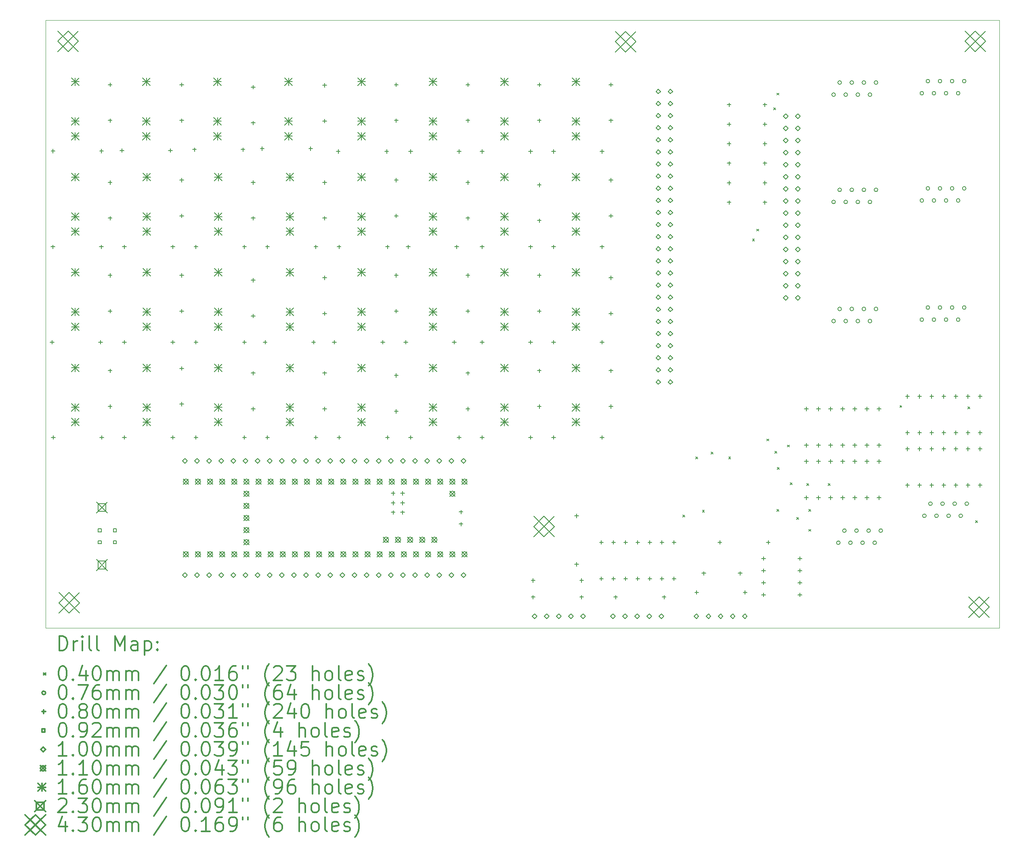
<source format=gbr>
%FSLAX45Y45*%
G04 Gerber Fmt 4.5, Leading zero omitted, Abs format (unit mm)*
G04 Created by KiCad (PCBNEW (5.1.4)-1) date 2021-11-01 00:46:15*
%MOMM*%
%LPD*%
G04 APERTURE LIST*
%ADD10C,0.050000*%
%ADD11C,0.200000*%
%ADD12C,0.300000*%
G04 APERTURE END LIST*
D10*
X24250000Y-16000000D02*
X4620000Y-16000000D01*
X4620000Y-16000000D02*
X4250000Y-16000000D01*
X24250000Y-16000000D02*
X24250000Y-15500000D01*
X4250000Y-15500000D02*
X4250000Y-16000000D01*
X24250000Y-3250000D02*
X4250000Y-3250000D01*
X4250000Y-15500000D02*
X4250000Y-3250000D01*
X24250000Y-3250000D02*
X24250000Y-15500000D01*
D11*
X17610000Y-13630000D02*
X17650000Y-13670000D01*
X17650000Y-13630000D02*
X17610000Y-13670000D01*
X17880000Y-12410000D02*
X17920000Y-12450000D01*
X17920000Y-12410000D02*
X17880000Y-12450000D01*
X18020000Y-13530000D02*
X18060000Y-13570000D01*
X18060000Y-13530000D02*
X18020000Y-13570000D01*
X18200000Y-12310000D02*
X18240000Y-12350000D01*
X18240000Y-12310000D02*
X18200000Y-12350000D01*
X18570000Y-12410000D02*
X18610000Y-12450000D01*
X18610000Y-12410000D02*
X18570000Y-12450000D01*
X19070578Y-7839627D02*
X19110578Y-7879627D01*
X19110578Y-7839627D02*
X19070578Y-7879627D01*
X19160000Y-7630000D02*
X19200000Y-7670000D01*
X19200000Y-7630000D02*
X19160000Y-7670000D01*
X19370000Y-12032848D02*
X19410000Y-12072848D01*
X19410000Y-12032848D02*
X19370000Y-12072848D01*
X19516503Y-5085174D02*
X19556503Y-5125174D01*
X19556503Y-5085174D02*
X19516503Y-5125174D01*
X19540000Y-12290000D02*
X19580000Y-12330000D01*
X19580000Y-12290000D02*
X19540000Y-12330000D01*
X19580000Y-13510000D02*
X19620000Y-13550000D01*
X19620000Y-13510000D02*
X19580000Y-13550000D01*
X19581850Y-4776770D02*
X19621850Y-4816770D01*
X19621850Y-4776770D02*
X19581850Y-4816770D01*
X19590000Y-12630000D02*
X19630000Y-12670000D01*
X19630000Y-12630000D02*
X19590000Y-12670000D01*
X19800000Y-12160000D02*
X19840000Y-12200000D01*
X19840000Y-12160000D02*
X19800000Y-12200000D01*
X19860000Y-12950000D02*
X19900000Y-12990000D01*
X19900000Y-12950000D02*
X19860000Y-12990000D01*
X20000000Y-13680949D02*
X20040000Y-13720949D01*
X20040000Y-13680949D02*
X20000000Y-13720949D01*
X20210000Y-12970000D02*
X20250000Y-13010000D01*
X20250000Y-12970000D02*
X20210000Y-13010000D01*
X20250000Y-13510000D02*
X20290000Y-13550000D01*
X20290000Y-13510000D02*
X20250000Y-13550000D01*
X20250000Y-13930000D02*
X20290000Y-13970000D01*
X20290000Y-13930000D02*
X20250000Y-13970000D01*
X20660000Y-12970000D02*
X20700000Y-13010000D01*
X20700000Y-12970000D02*
X20660000Y-13010000D01*
X22160000Y-11330000D02*
X22200000Y-11370000D01*
X22200000Y-11330000D02*
X22160000Y-11370000D01*
X23590000Y-11360000D02*
X23630000Y-11400000D01*
X23630000Y-11360000D02*
X23590000Y-11400000D01*
X23750000Y-13750000D02*
X23790000Y-13790000D01*
X23790000Y-13750000D02*
X23750000Y-13790000D01*
X20908000Y-14210000D02*
G75*
G03X20908000Y-14210000I-38000J0D01*
G01*
X21035000Y-13956000D02*
G75*
G03X21035000Y-13956000I-38000J0D01*
G01*
X21162000Y-14210000D02*
G75*
G03X21162000Y-14210000I-38000J0D01*
G01*
X21289000Y-13956000D02*
G75*
G03X21289000Y-13956000I-38000J0D01*
G01*
X21416000Y-14210000D02*
G75*
G03X21416000Y-14210000I-38000J0D01*
G01*
X21543000Y-13956000D02*
G75*
G03X21543000Y-13956000I-38000J0D01*
G01*
X21670000Y-14210000D02*
G75*
G03X21670000Y-14210000I-38000J0D01*
G01*
X21797000Y-13956000D02*
G75*
G03X21797000Y-13956000I-38000J0D01*
G01*
X20808000Y-9560000D02*
G75*
G03X20808000Y-9560000I-38000J0D01*
G01*
X20935000Y-9306000D02*
G75*
G03X20935000Y-9306000I-38000J0D01*
G01*
X21062000Y-9560000D02*
G75*
G03X21062000Y-9560000I-38000J0D01*
G01*
X21189000Y-9306000D02*
G75*
G03X21189000Y-9306000I-38000J0D01*
G01*
X21316000Y-9560000D02*
G75*
G03X21316000Y-9560000I-38000J0D01*
G01*
X21443000Y-9306000D02*
G75*
G03X21443000Y-9306000I-38000J0D01*
G01*
X21570000Y-9560000D02*
G75*
G03X21570000Y-9560000I-38000J0D01*
G01*
X21697000Y-9306000D02*
G75*
G03X21697000Y-9306000I-38000J0D01*
G01*
X22658000Y-4780000D02*
G75*
G03X22658000Y-4780000I-38000J0D01*
G01*
X22785000Y-4526000D02*
G75*
G03X22785000Y-4526000I-38000J0D01*
G01*
X22912000Y-4780000D02*
G75*
G03X22912000Y-4780000I-38000J0D01*
G01*
X23039000Y-4526000D02*
G75*
G03X23039000Y-4526000I-38000J0D01*
G01*
X23166000Y-4780000D02*
G75*
G03X23166000Y-4780000I-38000J0D01*
G01*
X23293000Y-4526000D02*
G75*
G03X23293000Y-4526000I-38000J0D01*
G01*
X23420000Y-4780000D02*
G75*
G03X23420000Y-4780000I-38000J0D01*
G01*
X23547000Y-4526000D02*
G75*
G03X23547000Y-4526000I-38000J0D01*
G01*
X22712000Y-13645000D02*
G75*
G03X22712000Y-13645000I-38000J0D01*
G01*
X22839000Y-13391000D02*
G75*
G03X22839000Y-13391000I-38000J0D01*
G01*
X22966000Y-13645000D02*
G75*
G03X22966000Y-13645000I-38000J0D01*
G01*
X23093000Y-13391000D02*
G75*
G03X23093000Y-13391000I-38000J0D01*
G01*
X23220000Y-13645000D02*
G75*
G03X23220000Y-13645000I-38000J0D01*
G01*
X23347000Y-13391000D02*
G75*
G03X23347000Y-13391000I-38000J0D01*
G01*
X23474000Y-13645000D02*
G75*
G03X23474000Y-13645000I-38000J0D01*
G01*
X23601000Y-13391000D02*
G75*
G03X23601000Y-13391000I-38000J0D01*
G01*
X20808000Y-7060000D02*
G75*
G03X20808000Y-7060000I-38000J0D01*
G01*
X20935000Y-6806000D02*
G75*
G03X20935000Y-6806000I-38000J0D01*
G01*
X21062000Y-7060000D02*
G75*
G03X21062000Y-7060000I-38000J0D01*
G01*
X21189000Y-6806000D02*
G75*
G03X21189000Y-6806000I-38000J0D01*
G01*
X21316000Y-7060000D02*
G75*
G03X21316000Y-7060000I-38000J0D01*
G01*
X21443000Y-6806000D02*
G75*
G03X21443000Y-6806000I-38000J0D01*
G01*
X21570000Y-7060000D02*
G75*
G03X21570000Y-7060000I-38000J0D01*
G01*
X21697000Y-6806000D02*
G75*
G03X21697000Y-6806000I-38000J0D01*
G01*
X22658000Y-9530000D02*
G75*
G03X22658000Y-9530000I-38000J0D01*
G01*
X22785000Y-9276000D02*
G75*
G03X22785000Y-9276000I-38000J0D01*
G01*
X22912000Y-9530000D02*
G75*
G03X22912000Y-9530000I-38000J0D01*
G01*
X23039000Y-9276000D02*
G75*
G03X23039000Y-9276000I-38000J0D01*
G01*
X23166000Y-9530000D02*
G75*
G03X23166000Y-9530000I-38000J0D01*
G01*
X23293000Y-9276000D02*
G75*
G03X23293000Y-9276000I-38000J0D01*
G01*
X23420000Y-9530000D02*
G75*
G03X23420000Y-9530000I-38000J0D01*
G01*
X23547000Y-9276000D02*
G75*
G03X23547000Y-9276000I-38000J0D01*
G01*
X22658000Y-7030000D02*
G75*
G03X22658000Y-7030000I-38000J0D01*
G01*
X22785000Y-6776000D02*
G75*
G03X22785000Y-6776000I-38000J0D01*
G01*
X22912000Y-7030000D02*
G75*
G03X22912000Y-7030000I-38000J0D01*
G01*
X23039000Y-6776000D02*
G75*
G03X23039000Y-6776000I-38000J0D01*
G01*
X23166000Y-7030000D02*
G75*
G03X23166000Y-7030000I-38000J0D01*
G01*
X23293000Y-6776000D02*
G75*
G03X23293000Y-6776000I-38000J0D01*
G01*
X23420000Y-7030000D02*
G75*
G03X23420000Y-7030000I-38000J0D01*
G01*
X23547000Y-6776000D02*
G75*
G03X23547000Y-6776000I-38000J0D01*
G01*
X20808000Y-4810000D02*
G75*
G03X20808000Y-4810000I-38000J0D01*
G01*
X20935000Y-4556000D02*
G75*
G03X20935000Y-4556000I-38000J0D01*
G01*
X21062000Y-4810000D02*
G75*
G03X21062000Y-4810000I-38000J0D01*
G01*
X21189000Y-4556000D02*
G75*
G03X21189000Y-4556000I-38000J0D01*
G01*
X21316000Y-4810000D02*
G75*
G03X21316000Y-4810000I-38000J0D01*
G01*
X21443000Y-4556000D02*
G75*
G03X21443000Y-4556000I-38000J0D01*
G01*
X21570000Y-4810000D02*
G75*
G03X21570000Y-4810000I-38000J0D01*
G01*
X21697000Y-4556000D02*
G75*
G03X21697000Y-4556000I-38000J0D01*
G01*
X11900000Y-11960000D02*
X11900000Y-12040000D01*
X11860000Y-12000000D02*
X11940000Y-12000000D01*
X12916000Y-11960000D02*
X12916000Y-12040000D01*
X12876000Y-12000000D02*
X12956000Y-12000000D01*
X13100000Y-10610000D02*
X13100000Y-10690000D01*
X13060000Y-10650000D02*
X13140000Y-10650000D01*
X13100000Y-11360000D02*
X13100000Y-11440000D01*
X13060000Y-11400000D02*
X13140000Y-11400000D01*
X4384000Y-9960000D02*
X4384000Y-10040000D01*
X4344000Y-10000000D02*
X4424000Y-10000000D01*
X5400000Y-9960000D02*
X5400000Y-10040000D01*
X5360000Y-10000000D02*
X5440000Y-10000000D01*
X16100000Y-10560000D02*
X16100000Y-10640000D01*
X16060000Y-10600000D02*
X16140000Y-10600000D01*
X16100000Y-11310000D02*
X16100000Y-11390000D01*
X16060000Y-11350000D02*
X16140000Y-11350000D01*
X4410000Y-11960000D02*
X4410000Y-12040000D01*
X4370000Y-12000000D02*
X4450000Y-12000000D01*
X5426000Y-11960000D02*
X5426000Y-12040000D01*
X5386000Y-12000000D02*
X5466000Y-12000000D01*
X18580000Y-5799200D02*
X18580000Y-5879200D01*
X18540000Y-5839200D02*
X18620000Y-5839200D01*
X19330000Y-5799200D02*
X19330000Y-5879200D01*
X19290000Y-5839200D02*
X19370000Y-5839200D01*
X14600000Y-10560000D02*
X14600000Y-10640000D01*
X14560000Y-10600000D02*
X14640000Y-10600000D01*
X14600000Y-11310000D02*
X14600000Y-11390000D01*
X14560000Y-11350000D02*
X14640000Y-11350000D01*
X5850000Y-5940000D02*
X5850000Y-6020000D01*
X5810000Y-5980000D02*
X5890000Y-5980000D01*
X6866000Y-5940000D02*
X6866000Y-6020000D01*
X6826000Y-5980000D02*
X6906000Y-5980000D01*
X13400000Y-7960000D02*
X13400000Y-8040000D01*
X13360000Y-8000000D02*
X13440000Y-8000000D01*
X14416000Y-7960000D02*
X14416000Y-8040000D01*
X14376000Y-8000000D02*
X14456000Y-8000000D01*
X15380000Y-13604000D02*
X15380000Y-13684000D01*
X15340000Y-13644000D02*
X15420000Y-13644000D01*
X15380000Y-14620000D02*
X15380000Y-14700000D01*
X15340000Y-14660000D02*
X15420000Y-14660000D01*
X11600000Y-4560000D02*
X11600000Y-4640000D01*
X11560000Y-4600000D02*
X11640000Y-4600000D01*
X11600000Y-5310000D02*
X11600000Y-5390000D01*
X11560000Y-5350000D02*
X11640000Y-5350000D01*
X8600000Y-8660000D02*
X8600000Y-8740000D01*
X8560000Y-8700000D02*
X8640000Y-8700000D01*
X8600000Y-9410000D02*
X8600000Y-9490000D01*
X8560000Y-9450000D02*
X8640000Y-9450000D01*
X20200000Y-11360000D02*
X20200000Y-11440000D01*
X20160000Y-11400000D02*
X20240000Y-11400000D01*
X20200000Y-12122000D02*
X20200000Y-12202000D01*
X20160000Y-12162000D02*
X20240000Y-12162000D01*
X20454000Y-11360000D02*
X20454000Y-11440000D01*
X20414000Y-11400000D02*
X20494000Y-11400000D01*
X20454000Y-12122000D02*
X20454000Y-12202000D01*
X20414000Y-12162000D02*
X20494000Y-12162000D01*
X20708000Y-11360000D02*
X20708000Y-11440000D01*
X20668000Y-11400000D02*
X20748000Y-11400000D01*
X20708000Y-12122000D02*
X20708000Y-12202000D01*
X20668000Y-12162000D02*
X20748000Y-12162000D01*
X20962000Y-11360000D02*
X20962000Y-11440000D01*
X20922000Y-11400000D02*
X21002000Y-11400000D01*
X20962000Y-12122000D02*
X20962000Y-12202000D01*
X20922000Y-12162000D02*
X21002000Y-12162000D01*
X21216000Y-11360000D02*
X21216000Y-11440000D01*
X21176000Y-11400000D02*
X21256000Y-11400000D01*
X21216000Y-12122000D02*
X21216000Y-12202000D01*
X21176000Y-12162000D02*
X21256000Y-12162000D01*
X21470000Y-11360000D02*
X21470000Y-11440000D01*
X21430000Y-11400000D02*
X21510000Y-11400000D01*
X21470000Y-12122000D02*
X21470000Y-12202000D01*
X21430000Y-12162000D02*
X21510000Y-12162000D01*
X21724000Y-11360000D02*
X21724000Y-11440000D01*
X21684000Y-11400000D02*
X21764000Y-11400000D01*
X21724000Y-12122000D02*
X21724000Y-12202000D01*
X21684000Y-12162000D02*
X21764000Y-12162000D01*
X7400000Y-7960000D02*
X7400000Y-8040000D01*
X7360000Y-8000000D02*
X7440000Y-8000000D01*
X8416000Y-7960000D02*
X8416000Y-8040000D01*
X8376000Y-8000000D02*
X8456000Y-8000000D01*
X14900000Y-9960000D02*
X14900000Y-10040000D01*
X14860000Y-10000000D02*
X14940000Y-10000000D01*
X15916000Y-9960000D02*
X15916000Y-10040000D01*
X15876000Y-10000000D02*
X15956000Y-10000000D01*
X8600000Y-4610000D02*
X8600000Y-4690000D01*
X8560000Y-4650000D02*
X8640000Y-4650000D01*
X8600000Y-5360000D02*
X8600000Y-5440000D01*
X8560000Y-5400000D02*
X8640000Y-5400000D01*
X7100000Y-6560000D02*
X7100000Y-6640000D01*
X7060000Y-6600000D02*
X7140000Y-6600000D01*
X7100000Y-7310000D02*
X7100000Y-7390000D01*
X7060000Y-7350000D02*
X7140000Y-7350000D01*
X14600000Y-8560000D02*
X14600000Y-8640000D01*
X14560000Y-8600000D02*
X14640000Y-8600000D01*
X14600000Y-9310000D02*
X14600000Y-9390000D01*
X14560000Y-9350000D02*
X14640000Y-9350000D01*
X14470000Y-14960000D02*
X14470000Y-15040000D01*
X14430000Y-15000000D02*
X14510000Y-15000000D01*
X15486000Y-14960000D02*
X15486000Y-15040000D01*
X15446000Y-15000000D02*
X15526000Y-15000000D01*
X11534000Y-13131840D02*
X11534000Y-13211840D01*
X11494000Y-13171840D02*
X11574000Y-13171840D01*
X11534000Y-13331840D02*
X11534000Y-13411840D01*
X11494000Y-13371840D02*
X11574000Y-13371840D01*
X11534000Y-13531840D02*
X11534000Y-13611840D01*
X11494000Y-13571840D02*
X11574000Y-13571840D01*
X11734000Y-13131840D02*
X11734000Y-13211840D01*
X11694000Y-13171840D02*
X11774000Y-13171840D01*
X11734000Y-13331840D02*
X11734000Y-13411840D01*
X11694000Y-13371840D02*
X11774000Y-13371840D01*
X11734000Y-13531840D02*
X11734000Y-13611840D01*
X11694000Y-13571840D02*
X11774000Y-13571840D01*
X12958000Y-13523000D02*
X12958000Y-13603000D01*
X12918000Y-13563000D02*
X12998000Y-13563000D01*
X12958000Y-13777000D02*
X12958000Y-13857000D01*
X12918000Y-13817000D02*
X12998000Y-13817000D01*
X11900000Y-5960000D02*
X11900000Y-6040000D01*
X11860000Y-6000000D02*
X11940000Y-6000000D01*
X12916000Y-5960000D02*
X12916000Y-6040000D01*
X12876000Y-6000000D02*
X12956000Y-6000000D01*
X10100000Y-4570000D02*
X10100000Y-4650000D01*
X10060000Y-4610000D02*
X10140000Y-4610000D01*
X10100000Y-5320000D02*
X10100000Y-5400000D01*
X10060000Y-5360000D02*
X10140000Y-5360000D01*
X8790000Y-5900000D02*
X8790000Y-5980000D01*
X8750000Y-5940000D02*
X8830000Y-5940000D01*
X9806000Y-5900000D02*
X9806000Y-5980000D01*
X9766000Y-5940000D02*
X9846000Y-5940000D01*
X13100000Y-4560000D02*
X13100000Y-4640000D01*
X13060000Y-4600000D02*
X13140000Y-4600000D01*
X13100000Y-5310000D02*
X13100000Y-5390000D01*
X13060000Y-5350000D02*
X13140000Y-5350000D01*
X5900000Y-7960000D02*
X5900000Y-8040000D01*
X5860000Y-8000000D02*
X5940000Y-8000000D01*
X6916000Y-7960000D02*
X6916000Y-8040000D01*
X6876000Y-8000000D02*
X6956000Y-8000000D01*
X5900000Y-9960000D02*
X5900000Y-10040000D01*
X5860000Y-10000000D02*
X5940000Y-10000000D01*
X6916000Y-9960000D02*
X6916000Y-10040000D01*
X6876000Y-10000000D02*
X6956000Y-10000000D01*
X19300000Y-14498000D02*
X19300000Y-14578000D01*
X19260000Y-14538000D02*
X19340000Y-14538000D01*
X19300000Y-14752000D02*
X19300000Y-14832000D01*
X19260000Y-14792000D02*
X19340000Y-14792000D01*
X19300000Y-15006000D02*
X19300000Y-15086000D01*
X19260000Y-15046000D02*
X19340000Y-15046000D01*
X19300000Y-15260000D02*
X19300000Y-15340000D01*
X19260000Y-15300000D02*
X19340000Y-15300000D01*
X20062000Y-14498000D02*
X20062000Y-14578000D01*
X20022000Y-14538000D02*
X20102000Y-14538000D01*
X20062000Y-14752000D02*
X20062000Y-14832000D01*
X20022000Y-14792000D02*
X20102000Y-14792000D01*
X20062000Y-15006000D02*
X20062000Y-15086000D01*
X20022000Y-15046000D02*
X20102000Y-15046000D01*
X20062000Y-15260000D02*
X20062000Y-15340000D01*
X20022000Y-15300000D02*
X20102000Y-15300000D01*
X13400000Y-11960000D02*
X13400000Y-12040000D01*
X13360000Y-12000000D02*
X13440000Y-12000000D01*
X14416000Y-11960000D02*
X14416000Y-12040000D01*
X14376000Y-12000000D02*
X14456000Y-12000000D01*
X10100000Y-6610000D02*
X10100000Y-6690000D01*
X10060000Y-6650000D02*
X10140000Y-6650000D01*
X10100000Y-7360000D02*
X10100000Y-7440000D01*
X10060000Y-7400000D02*
X10140000Y-7400000D01*
X18050000Y-14810000D02*
X18050000Y-14890000D01*
X18010000Y-14850000D02*
X18090000Y-14850000D01*
X18812000Y-14810000D02*
X18812000Y-14890000D01*
X18772000Y-14850000D02*
X18852000Y-14850000D01*
X11800000Y-9960000D02*
X11800000Y-10040000D01*
X11760000Y-10000000D02*
X11840000Y-10000000D01*
X12816000Y-9960000D02*
X12816000Y-10040000D01*
X12776000Y-10000000D02*
X12856000Y-10000000D01*
X8600000Y-10610000D02*
X8600000Y-10690000D01*
X8560000Y-10650000D02*
X8640000Y-10650000D01*
X8600000Y-11360000D02*
X8600000Y-11440000D01*
X8560000Y-11400000D02*
X8640000Y-11400000D01*
X7400000Y-11960000D02*
X7400000Y-12040000D01*
X7360000Y-12000000D02*
X7440000Y-12000000D01*
X8416000Y-11960000D02*
X8416000Y-12040000D01*
X8376000Y-12000000D02*
X8456000Y-12000000D01*
X14600000Y-6660000D02*
X14600000Y-6740000D01*
X14560000Y-6700000D02*
X14640000Y-6700000D01*
X14600000Y-7410000D02*
X14600000Y-7490000D01*
X14560000Y-7450000D02*
X14640000Y-7450000D01*
X13400000Y-9960000D02*
X13400000Y-10040000D01*
X13360000Y-10000000D02*
X13440000Y-10000000D01*
X14416000Y-9960000D02*
X14416000Y-10040000D01*
X14376000Y-10000000D02*
X14456000Y-10000000D01*
X11850000Y-7960000D02*
X11850000Y-8040000D01*
X11810000Y-8000000D02*
X11890000Y-8000000D01*
X12866000Y-7960000D02*
X12866000Y-8040000D01*
X12826000Y-8000000D02*
X12906000Y-8000000D01*
X5600000Y-4560000D02*
X5600000Y-4640000D01*
X5560000Y-4600000D02*
X5640000Y-4600000D01*
X5600000Y-5310000D02*
X5600000Y-5390000D01*
X5560000Y-5350000D02*
X5640000Y-5350000D01*
X10100000Y-10610000D02*
X10100000Y-10690000D01*
X10060000Y-10650000D02*
X10140000Y-10650000D01*
X10100000Y-11360000D02*
X10100000Y-11440000D01*
X10060000Y-11400000D02*
X10140000Y-11400000D01*
X4400000Y-7960000D02*
X4400000Y-8040000D01*
X4360000Y-8000000D02*
X4440000Y-8000000D01*
X5416000Y-7960000D02*
X5416000Y-8040000D01*
X5376000Y-8000000D02*
X5456000Y-8000000D01*
X8900000Y-11960000D02*
X8900000Y-12040000D01*
X8860000Y-12000000D02*
X8940000Y-12000000D01*
X9916000Y-11960000D02*
X9916000Y-12040000D01*
X9876000Y-12000000D02*
X9956000Y-12000000D01*
X18580000Y-4980000D02*
X18580000Y-5060000D01*
X18540000Y-5020000D02*
X18620000Y-5020000D01*
X19330000Y-4980000D02*
X19330000Y-5060000D01*
X19290000Y-5020000D02*
X19370000Y-5020000D01*
X5600000Y-10560000D02*
X5600000Y-10640000D01*
X5560000Y-10600000D02*
X5640000Y-10600000D01*
X5600000Y-11310000D02*
X5600000Y-11390000D01*
X5560000Y-11350000D02*
X5640000Y-11350000D01*
X14900000Y-5960000D02*
X14900000Y-6040000D01*
X14860000Y-6000000D02*
X14940000Y-6000000D01*
X15916000Y-5960000D02*
X15916000Y-6040000D01*
X15876000Y-6000000D02*
X15956000Y-6000000D01*
X22320000Y-11100000D02*
X22320000Y-11180000D01*
X22280000Y-11140000D02*
X22360000Y-11140000D01*
X22320000Y-11862000D02*
X22320000Y-11942000D01*
X22280000Y-11902000D02*
X22360000Y-11902000D01*
X22574000Y-11100000D02*
X22574000Y-11180000D01*
X22534000Y-11140000D02*
X22614000Y-11140000D01*
X22574000Y-11862000D02*
X22574000Y-11942000D01*
X22534000Y-11902000D02*
X22614000Y-11902000D01*
X22828000Y-11100000D02*
X22828000Y-11180000D01*
X22788000Y-11140000D02*
X22868000Y-11140000D01*
X22828000Y-11862000D02*
X22828000Y-11942000D01*
X22788000Y-11902000D02*
X22868000Y-11902000D01*
X23082000Y-11100000D02*
X23082000Y-11180000D01*
X23042000Y-11140000D02*
X23122000Y-11140000D01*
X23082000Y-11862000D02*
X23082000Y-11942000D01*
X23042000Y-11902000D02*
X23122000Y-11902000D01*
X23336000Y-11100000D02*
X23336000Y-11180000D01*
X23296000Y-11140000D02*
X23376000Y-11140000D01*
X23336000Y-11862000D02*
X23336000Y-11942000D01*
X23296000Y-11902000D02*
X23376000Y-11902000D01*
X23590000Y-11100000D02*
X23590000Y-11180000D01*
X23550000Y-11140000D02*
X23630000Y-11140000D01*
X23590000Y-11862000D02*
X23590000Y-11942000D01*
X23550000Y-11902000D02*
X23630000Y-11902000D01*
X23844000Y-11100000D02*
X23844000Y-11180000D01*
X23804000Y-11140000D02*
X23884000Y-11140000D01*
X23844000Y-11862000D02*
X23844000Y-11942000D01*
X23804000Y-11902000D02*
X23884000Y-11902000D01*
X11600000Y-6560000D02*
X11600000Y-6640000D01*
X11560000Y-6600000D02*
X11640000Y-6600000D01*
X11600000Y-7310000D02*
X11600000Y-7390000D01*
X11560000Y-7350000D02*
X11640000Y-7350000D01*
X8900000Y-7960000D02*
X8900000Y-8040000D01*
X8860000Y-8000000D02*
X8940000Y-8000000D01*
X9916000Y-7960000D02*
X9916000Y-8040000D01*
X9876000Y-8000000D02*
X9956000Y-8000000D01*
X17900000Y-15210000D02*
X17900000Y-15290000D01*
X17860000Y-15250000D02*
X17940000Y-15250000D01*
X18916000Y-15210000D02*
X18916000Y-15290000D01*
X18876000Y-15250000D02*
X18956000Y-15250000D01*
X14600000Y-4560000D02*
X14600000Y-4640000D01*
X14560000Y-4600000D02*
X14640000Y-4600000D01*
X14600000Y-5310000D02*
X14600000Y-5390000D01*
X14560000Y-5350000D02*
X14640000Y-5350000D01*
X13100000Y-8560000D02*
X13100000Y-8640000D01*
X13060000Y-8600000D02*
X13140000Y-8600000D01*
X13100000Y-9310000D02*
X13100000Y-9390000D01*
X13060000Y-9350000D02*
X13140000Y-9350000D01*
X7100000Y-4560000D02*
X7100000Y-4640000D01*
X7060000Y-4600000D02*
X7140000Y-4600000D01*
X7100000Y-5310000D02*
X7100000Y-5390000D01*
X7060000Y-5350000D02*
X7140000Y-5350000D01*
X16100000Y-8610000D02*
X16100000Y-8690000D01*
X16060000Y-8650000D02*
X16140000Y-8650000D01*
X16100000Y-9360000D02*
X16100000Y-9440000D01*
X16060000Y-9400000D02*
X16140000Y-9400000D01*
X10300000Y-9960000D02*
X10300000Y-10040000D01*
X10260000Y-10000000D02*
X10340000Y-10000000D01*
X11316000Y-9960000D02*
X11316000Y-10040000D01*
X11276000Y-10000000D02*
X11356000Y-10000000D01*
X22320000Y-12200000D02*
X22320000Y-12280000D01*
X22280000Y-12240000D02*
X22360000Y-12240000D01*
X22320000Y-12962000D02*
X22320000Y-13042000D01*
X22280000Y-13002000D02*
X22360000Y-13002000D01*
X22574000Y-12200000D02*
X22574000Y-12280000D01*
X22534000Y-12240000D02*
X22614000Y-12240000D01*
X22574000Y-12962000D02*
X22574000Y-13042000D01*
X22534000Y-13002000D02*
X22614000Y-13002000D01*
X22828000Y-12200000D02*
X22828000Y-12280000D01*
X22788000Y-12240000D02*
X22868000Y-12240000D01*
X22828000Y-12962000D02*
X22828000Y-13042000D01*
X22788000Y-13002000D02*
X22868000Y-13002000D01*
X23082000Y-12200000D02*
X23082000Y-12280000D01*
X23042000Y-12240000D02*
X23122000Y-12240000D01*
X23082000Y-12962000D02*
X23082000Y-13042000D01*
X23042000Y-13002000D02*
X23122000Y-13002000D01*
X23336000Y-12200000D02*
X23336000Y-12280000D01*
X23296000Y-12240000D02*
X23376000Y-12240000D01*
X23336000Y-12962000D02*
X23336000Y-13042000D01*
X23296000Y-13002000D02*
X23376000Y-13002000D01*
X23590000Y-12200000D02*
X23590000Y-12280000D01*
X23550000Y-12240000D02*
X23630000Y-12240000D01*
X23590000Y-12962000D02*
X23590000Y-13042000D01*
X23550000Y-13002000D02*
X23630000Y-13002000D01*
X23844000Y-12200000D02*
X23844000Y-12280000D01*
X23804000Y-12240000D02*
X23884000Y-12240000D01*
X23844000Y-12962000D02*
X23844000Y-13042000D01*
X23804000Y-13002000D02*
X23884000Y-13002000D01*
X18580000Y-5389600D02*
X18580000Y-5469600D01*
X18540000Y-5429600D02*
X18620000Y-5429600D01*
X19330000Y-5389600D02*
X19330000Y-5469600D01*
X19290000Y-5429600D02*
X19370000Y-5429600D01*
X13400000Y-5960000D02*
X13400000Y-6040000D01*
X13360000Y-6000000D02*
X13440000Y-6000000D01*
X14416000Y-5960000D02*
X14416000Y-6040000D01*
X14376000Y-6000000D02*
X14456000Y-6000000D01*
X7400000Y-9960000D02*
X7400000Y-10040000D01*
X7360000Y-10000000D02*
X7440000Y-10000000D01*
X8416000Y-9960000D02*
X8416000Y-10040000D01*
X8376000Y-10000000D02*
X8456000Y-10000000D01*
X18580000Y-6208800D02*
X18580000Y-6288800D01*
X18540000Y-6248800D02*
X18620000Y-6248800D01*
X19330000Y-6208800D02*
X19330000Y-6288800D01*
X19290000Y-6248800D02*
X19370000Y-6248800D01*
X10400000Y-11960000D02*
X10400000Y-12040000D01*
X10360000Y-12000000D02*
X10440000Y-12000000D01*
X11416000Y-11960000D02*
X11416000Y-12040000D01*
X11376000Y-12000000D02*
X11456000Y-12000000D01*
X13100000Y-6610000D02*
X13100000Y-6690000D01*
X13060000Y-6650000D02*
X13140000Y-6650000D01*
X13100000Y-7360000D02*
X13100000Y-7440000D01*
X13060000Y-7400000D02*
X13140000Y-7400000D01*
X7100000Y-10510000D02*
X7100000Y-10590000D01*
X7060000Y-10550000D02*
X7140000Y-10550000D01*
X7100000Y-11260000D02*
X7100000Y-11340000D01*
X7060000Y-11300000D02*
X7140000Y-11300000D01*
X14900000Y-7960000D02*
X14900000Y-8040000D01*
X14860000Y-8000000D02*
X14940000Y-8000000D01*
X15916000Y-7960000D02*
X15916000Y-8040000D01*
X15876000Y-8000000D02*
X15956000Y-8000000D01*
X18580000Y-6618400D02*
X18580000Y-6698400D01*
X18540000Y-6658400D02*
X18620000Y-6658400D01*
X19330000Y-6618400D02*
X19330000Y-6698400D01*
X19290000Y-6658400D02*
X19370000Y-6658400D01*
X11600000Y-10660000D02*
X11600000Y-10740000D01*
X11560000Y-10700000D02*
X11640000Y-10700000D01*
X11600000Y-11410000D02*
X11600000Y-11490000D01*
X11560000Y-11450000D02*
X11640000Y-11450000D01*
X4404000Y-5950000D02*
X4404000Y-6030000D01*
X4364000Y-5990000D02*
X4444000Y-5990000D01*
X5420000Y-5950000D02*
X5420000Y-6030000D01*
X5380000Y-5990000D02*
X5460000Y-5990000D01*
X10400000Y-7960000D02*
X10400000Y-8040000D01*
X10360000Y-8000000D02*
X10440000Y-8000000D01*
X11416000Y-7960000D02*
X11416000Y-8040000D01*
X11376000Y-8000000D02*
X11456000Y-8000000D01*
X16200000Y-15310000D02*
X16200000Y-15390000D01*
X16160000Y-15350000D02*
X16240000Y-15350000D01*
X17216000Y-15310000D02*
X17216000Y-15390000D01*
X17176000Y-15350000D02*
X17256000Y-15350000D01*
X16100000Y-6560000D02*
X16100000Y-6640000D01*
X16060000Y-6600000D02*
X16140000Y-6600000D01*
X16100000Y-7310000D02*
X16100000Y-7390000D01*
X16060000Y-7350000D02*
X16140000Y-7350000D01*
X5600000Y-8560000D02*
X5600000Y-8640000D01*
X5560000Y-8600000D02*
X5640000Y-8600000D01*
X5600000Y-9310000D02*
X5600000Y-9390000D01*
X5560000Y-9350000D02*
X5640000Y-9350000D01*
X5900000Y-11960000D02*
X5900000Y-12040000D01*
X5860000Y-12000000D02*
X5940000Y-12000000D01*
X6916000Y-11960000D02*
X6916000Y-12040000D01*
X6876000Y-12000000D02*
X6956000Y-12000000D01*
X18580000Y-7028000D02*
X18580000Y-7108000D01*
X18540000Y-7068000D02*
X18620000Y-7068000D01*
X19330000Y-7028000D02*
X19330000Y-7108000D01*
X19290000Y-7068000D02*
X19370000Y-7068000D01*
X8600000Y-6610000D02*
X8600000Y-6690000D01*
X8560000Y-6650000D02*
X8640000Y-6650000D01*
X8600000Y-7360000D02*
X8600000Y-7440000D01*
X8560000Y-7400000D02*
X8640000Y-7400000D01*
X10384000Y-5960000D02*
X10384000Y-6040000D01*
X10344000Y-6000000D02*
X10424000Y-6000000D01*
X11400000Y-5960000D02*
X11400000Y-6040000D01*
X11360000Y-6000000D02*
X11440000Y-6000000D01*
X18384000Y-14160000D02*
X18384000Y-14240000D01*
X18344000Y-14200000D02*
X18424000Y-14200000D01*
X19400000Y-14160000D02*
X19400000Y-14240000D01*
X19360000Y-14200000D02*
X19440000Y-14200000D01*
X7100000Y-8560000D02*
X7100000Y-8640000D01*
X7060000Y-8600000D02*
X7140000Y-8600000D01*
X7100000Y-9310000D02*
X7100000Y-9390000D01*
X7060000Y-9350000D02*
X7140000Y-9350000D01*
X7370000Y-5920000D02*
X7370000Y-6000000D01*
X7330000Y-5960000D02*
X7410000Y-5960000D01*
X8386000Y-5920000D02*
X8386000Y-6000000D01*
X8346000Y-5960000D02*
X8426000Y-5960000D01*
X14470000Y-15310000D02*
X14470000Y-15390000D01*
X14430000Y-15350000D02*
X14510000Y-15350000D01*
X15486000Y-15310000D02*
X15486000Y-15390000D01*
X15446000Y-15350000D02*
X15526000Y-15350000D01*
X15900000Y-14160000D02*
X15900000Y-14240000D01*
X15860000Y-14200000D02*
X15940000Y-14200000D01*
X15900000Y-14922000D02*
X15900000Y-15002000D01*
X15860000Y-14962000D02*
X15940000Y-14962000D01*
X16154000Y-14160000D02*
X16154000Y-14240000D01*
X16114000Y-14200000D02*
X16194000Y-14200000D01*
X16154000Y-14922000D02*
X16154000Y-15002000D01*
X16114000Y-14962000D02*
X16194000Y-14962000D01*
X16408000Y-14160000D02*
X16408000Y-14240000D01*
X16368000Y-14200000D02*
X16448000Y-14200000D01*
X16408000Y-14922000D02*
X16408000Y-15002000D01*
X16368000Y-14962000D02*
X16448000Y-14962000D01*
X16662000Y-14160000D02*
X16662000Y-14240000D01*
X16622000Y-14200000D02*
X16702000Y-14200000D01*
X16662000Y-14922000D02*
X16662000Y-15002000D01*
X16622000Y-14962000D02*
X16702000Y-14962000D01*
X16916000Y-14160000D02*
X16916000Y-14240000D01*
X16876000Y-14200000D02*
X16956000Y-14200000D01*
X16916000Y-14922000D02*
X16916000Y-15002000D01*
X16876000Y-14962000D02*
X16956000Y-14962000D01*
X17170000Y-14160000D02*
X17170000Y-14240000D01*
X17130000Y-14200000D02*
X17210000Y-14200000D01*
X17170000Y-14922000D02*
X17170000Y-15002000D01*
X17130000Y-14962000D02*
X17210000Y-14962000D01*
X17424000Y-14160000D02*
X17424000Y-14240000D01*
X17384000Y-14200000D02*
X17464000Y-14200000D01*
X17424000Y-14922000D02*
X17424000Y-15002000D01*
X17384000Y-14962000D02*
X17464000Y-14962000D01*
X11600000Y-8560000D02*
X11600000Y-8640000D01*
X11560000Y-8600000D02*
X11640000Y-8600000D01*
X11600000Y-9310000D02*
X11600000Y-9390000D01*
X11560000Y-9350000D02*
X11640000Y-9350000D01*
X16100000Y-4560000D02*
X16100000Y-4640000D01*
X16060000Y-4600000D02*
X16140000Y-4600000D01*
X16100000Y-5310000D02*
X16100000Y-5390000D01*
X16060000Y-5350000D02*
X16140000Y-5350000D01*
X10100000Y-8610000D02*
X10100000Y-8690000D01*
X10060000Y-8650000D02*
X10140000Y-8650000D01*
X10100000Y-9360000D02*
X10100000Y-9440000D01*
X10060000Y-9400000D02*
X10140000Y-9400000D01*
X8850000Y-9960000D02*
X8850000Y-10040000D01*
X8810000Y-10000000D02*
X8890000Y-10000000D01*
X9866000Y-9960000D02*
X9866000Y-10040000D01*
X9826000Y-10000000D02*
X9906000Y-10000000D01*
X20200000Y-12460000D02*
X20200000Y-12540000D01*
X20160000Y-12500000D02*
X20240000Y-12500000D01*
X20200000Y-13222000D02*
X20200000Y-13302000D01*
X20160000Y-13262000D02*
X20240000Y-13262000D01*
X20454000Y-12460000D02*
X20454000Y-12540000D01*
X20414000Y-12500000D02*
X20494000Y-12500000D01*
X20454000Y-13222000D02*
X20454000Y-13302000D01*
X20414000Y-13262000D02*
X20494000Y-13262000D01*
X20708000Y-12460000D02*
X20708000Y-12540000D01*
X20668000Y-12500000D02*
X20748000Y-12500000D01*
X20708000Y-13222000D02*
X20708000Y-13302000D01*
X20668000Y-13262000D02*
X20748000Y-13262000D01*
X20962000Y-12460000D02*
X20962000Y-12540000D01*
X20922000Y-12500000D02*
X21002000Y-12500000D01*
X20962000Y-13222000D02*
X20962000Y-13302000D01*
X20922000Y-13262000D02*
X21002000Y-13262000D01*
X21216000Y-12460000D02*
X21216000Y-12540000D01*
X21176000Y-12500000D02*
X21256000Y-12500000D01*
X21216000Y-13222000D02*
X21216000Y-13302000D01*
X21176000Y-13262000D02*
X21256000Y-13262000D01*
X21470000Y-12460000D02*
X21470000Y-12540000D01*
X21430000Y-12500000D02*
X21510000Y-12500000D01*
X21470000Y-13222000D02*
X21470000Y-13302000D01*
X21430000Y-13262000D02*
X21510000Y-13262000D01*
X21724000Y-12460000D02*
X21724000Y-12540000D01*
X21684000Y-12500000D02*
X21764000Y-12500000D01*
X21724000Y-13222000D02*
X21724000Y-13302000D01*
X21684000Y-13262000D02*
X21764000Y-13262000D01*
X14900000Y-11960000D02*
X14900000Y-12040000D01*
X14860000Y-12000000D02*
X14940000Y-12000000D01*
X15916000Y-11960000D02*
X15916000Y-12040000D01*
X15876000Y-12000000D02*
X15956000Y-12000000D01*
X5600000Y-6610000D02*
X5600000Y-6690000D01*
X5560000Y-6650000D02*
X5640000Y-6650000D01*
X5600000Y-7360000D02*
X5600000Y-7440000D01*
X5560000Y-7400000D02*
X5640000Y-7400000D01*
X5412527Y-13982527D02*
X5412527Y-13917473D01*
X5347473Y-13917473D01*
X5347473Y-13982527D01*
X5412527Y-13982527D01*
X5412527Y-14232527D02*
X5412527Y-14167473D01*
X5347473Y-14167473D01*
X5347473Y-14232527D01*
X5412527Y-14232527D01*
X5732527Y-13982527D02*
X5732527Y-13917473D01*
X5667473Y-13917473D01*
X5667473Y-13982527D01*
X5732527Y-13982527D01*
X5732527Y-14232527D02*
X5732527Y-14167473D01*
X5667473Y-14167473D01*
X5667473Y-14232527D01*
X5732527Y-14232527D01*
X19770000Y-5310000D02*
X19820000Y-5260000D01*
X19770000Y-5210000D01*
X19720000Y-5260000D01*
X19770000Y-5310000D01*
X19770000Y-5564000D02*
X19820000Y-5514000D01*
X19770000Y-5464000D01*
X19720000Y-5514000D01*
X19770000Y-5564000D01*
X19770000Y-5818000D02*
X19820000Y-5768000D01*
X19770000Y-5718000D01*
X19720000Y-5768000D01*
X19770000Y-5818000D01*
X19770000Y-6072000D02*
X19820000Y-6022000D01*
X19770000Y-5972000D01*
X19720000Y-6022000D01*
X19770000Y-6072000D01*
X19770000Y-6326000D02*
X19820000Y-6276000D01*
X19770000Y-6226000D01*
X19720000Y-6276000D01*
X19770000Y-6326000D01*
X19770000Y-6580000D02*
X19820000Y-6530000D01*
X19770000Y-6480000D01*
X19720000Y-6530000D01*
X19770000Y-6580000D01*
X19770000Y-6834000D02*
X19820000Y-6784000D01*
X19770000Y-6734000D01*
X19720000Y-6784000D01*
X19770000Y-6834000D01*
X19770000Y-7088000D02*
X19820000Y-7038000D01*
X19770000Y-6988000D01*
X19720000Y-7038000D01*
X19770000Y-7088000D01*
X19770000Y-7342000D02*
X19820000Y-7292000D01*
X19770000Y-7242000D01*
X19720000Y-7292000D01*
X19770000Y-7342000D01*
X19770000Y-7596000D02*
X19820000Y-7546000D01*
X19770000Y-7496000D01*
X19720000Y-7546000D01*
X19770000Y-7596000D01*
X19770000Y-7850000D02*
X19820000Y-7800000D01*
X19770000Y-7750000D01*
X19720000Y-7800000D01*
X19770000Y-7850000D01*
X19770000Y-8104000D02*
X19820000Y-8054000D01*
X19770000Y-8004000D01*
X19720000Y-8054000D01*
X19770000Y-8104000D01*
X19770000Y-8358000D02*
X19820000Y-8308000D01*
X19770000Y-8258000D01*
X19720000Y-8308000D01*
X19770000Y-8358000D01*
X19770000Y-8612000D02*
X19820000Y-8562000D01*
X19770000Y-8512000D01*
X19720000Y-8562000D01*
X19770000Y-8612000D01*
X19770000Y-8866000D02*
X19820000Y-8816000D01*
X19770000Y-8766000D01*
X19720000Y-8816000D01*
X19770000Y-8866000D01*
X19770000Y-9120000D02*
X19820000Y-9070000D01*
X19770000Y-9020000D01*
X19720000Y-9070000D01*
X19770000Y-9120000D01*
X20024000Y-5310000D02*
X20074000Y-5260000D01*
X20024000Y-5210000D01*
X19974000Y-5260000D01*
X20024000Y-5310000D01*
X20024000Y-5564000D02*
X20074000Y-5514000D01*
X20024000Y-5464000D01*
X19974000Y-5514000D01*
X20024000Y-5564000D01*
X20024000Y-5818000D02*
X20074000Y-5768000D01*
X20024000Y-5718000D01*
X19974000Y-5768000D01*
X20024000Y-5818000D01*
X20024000Y-6072000D02*
X20074000Y-6022000D01*
X20024000Y-5972000D01*
X19974000Y-6022000D01*
X20024000Y-6072000D01*
X20024000Y-6326000D02*
X20074000Y-6276000D01*
X20024000Y-6226000D01*
X19974000Y-6276000D01*
X20024000Y-6326000D01*
X20024000Y-6580000D02*
X20074000Y-6530000D01*
X20024000Y-6480000D01*
X19974000Y-6530000D01*
X20024000Y-6580000D01*
X20024000Y-6834000D02*
X20074000Y-6784000D01*
X20024000Y-6734000D01*
X19974000Y-6784000D01*
X20024000Y-6834000D01*
X20024000Y-7088000D02*
X20074000Y-7038000D01*
X20024000Y-6988000D01*
X19974000Y-7038000D01*
X20024000Y-7088000D01*
X20024000Y-7342000D02*
X20074000Y-7292000D01*
X20024000Y-7242000D01*
X19974000Y-7292000D01*
X20024000Y-7342000D01*
X20024000Y-7596000D02*
X20074000Y-7546000D01*
X20024000Y-7496000D01*
X19974000Y-7546000D01*
X20024000Y-7596000D01*
X20024000Y-7850000D02*
X20074000Y-7800000D01*
X20024000Y-7750000D01*
X19974000Y-7800000D01*
X20024000Y-7850000D01*
X20024000Y-8104000D02*
X20074000Y-8054000D01*
X20024000Y-8004000D01*
X19974000Y-8054000D01*
X20024000Y-8104000D01*
X20024000Y-8358000D02*
X20074000Y-8308000D01*
X20024000Y-8258000D01*
X19974000Y-8308000D01*
X20024000Y-8358000D01*
X20024000Y-8612000D02*
X20074000Y-8562000D01*
X20024000Y-8512000D01*
X19974000Y-8562000D01*
X20024000Y-8612000D01*
X20024000Y-8866000D02*
X20074000Y-8816000D01*
X20024000Y-8766000D01*
X19974000Y-8816000D01*
X20024000Y-8866000D01*
X20024000Y-9120000D02*
X20074000Y-9070000D01*
X20024000Y-9020000D01*
X19974000Y-9070000D01*
X20024000Y-9120000D01*
X14504000Y-15800000D02*
X14554000Y-15750000D01*
X14504000Y-15700000D01*
X14454000Y-15750000D01*
X14504000Y-15800000D01*
X14758000Y-15800000D02*
X14808000Y-15750000D01*
X14758000Y-15700000D01*
X14708000Y-15750000D01*
X14758000Y-15800000D01*
X15012000Y-15800000D02*
X15062000Y-15750000D01*
X15012000Y-15700000D01*
X14962000Y-15750000D01*
X15012000Y-15800000D01*
X15266000Y-15800000D02*
X15316000Y-15750000D01*
X15266000Y-15700000D01*
X15216000Y-15750000D01*
X15266000Y-15800000D01*
X15520000Y-15800000D02*
X15570000Y-15750000D01*
X15520000Y-15700000D01*
X15470000Y-15750000D01*
X15520000Y-15800000D01*
X7168000Y-14940000D02*
X7218000Y-14890000D01*
X7168000Y-14840000D01*
X7118000Y-14890000D01*
X7168000Y-14940000D01*
X7422000Y-14940000D02*
X7472000Y-14890000D01*
X7422000Y-14840000D01*
X7372000Y-14890000D01*
X7422000Y-14940000D01*
X7676000Y-14940000D02*
X7726000Y-14890000D01*
X7676000Y-14840000D01*
X7626000Y-14890000D01*
X7676000Y-14940000D01*
X7930000Y-14940000D02*
X7980000Y-14890000D01*
X7930000Y-14840000D01*
X7880000Y-14890000D01*
X7930000Y-14940000D01*
X8184000Y-14940000D02*
X8234000Y-14890000D01*
X8184000Y-14840000D01*
X8134000Y-14890000D01*
X8184000Y-14940000D01*
X8438000Y-14940000D02*
X8488000Y-14890000D01*
X8438000Y-14840000D01*
X8388000Y-14890000D01*
X8438000Y-14940000D01*
X8692000Y-14940000D02*
X8742000Y-14890000D01*
X8692000Y-14840000D01*
X8642000Y-14890000D01*
X8692000Y-14940000D01*
X8946000Y-14940000D02*
X8996000Y-14890000D01*
X8946000Y-14840000D01*
X8896000Y-14890000D01*
X8946000Y-14940000D01*
X9200000Y-14940000D02*
X9250000Y-14890000D01*
X9200000Y-14840000D01*
X9150000Y-14890000D01*
X9200000Y-14940000D01*
X9454000Y-14940000D02*
X9504000Y-14890000D01*
X9454000Y-14840000D01*
X9404000Y-14890000D01*
X9454000Y-14940000D01*
X9708000Y-14940000D02*
X9758000Y-14890000D01*
X9708000Y-14840000D01*
X9658000Y-14890000D01*
X9708000Y-14940000D01*
X9962000Y-14940000D02*
X10012000Y-14890000D01*
X9962000Y-14840000D01*
X9912000Y-14890000D01*
X9962000Y-14940000D01*
X10216000Y-14940000D02*
X10266000Y-14890000D01*
X10216000Y-14840000D01*
X10166000Y-14890000D01*
X10216000Y-14940000D01*
X10470000Y-14940000D02*
X10520000Y-14890000D01*
X10470000Y-14840000D01*
X10420000Y-14890000D01*
X10470000Y-14940000D01*
X10724000Y-14940000D02*
X10774000Y-14890000D01*
X10724000Y-14840000D01*
X10674000Y-14890000D01*
X10724000Y-14940000D01*
X10978000Y-14940000D02*
X11028000Y-14890000D01*
X10978000Y-14840000D01*
X10928000Y-14890000D01*
X10978000Y-14940000D01*
X11232000Y-14940000D02*
X11282000Y-14890000D01*
X11232000Y-14840000D01*
X11182000Y-14890000D01*
X11232000Y-14940000D01*
X11486000Y-14940000D02*
X11536000Y-14890000D01*
X11486000Y-14840000D01*
X11436000Y-14890000D01*
X11486000Y-14940000D01*
X11740000Y-14940000D02*
X11790000Y-14890000D01*
X11740000Y-14840000D01*
X11690000Y-14890000D01*
X11740000Y-14940000D01*
X11994000Y-14940000D02*
X12044000Y-14890000D01*
X11994000Y-14840000D01*
X11944000Y-14890000D01*
X11994000Y-14940000D01*
X12248000Y-14940000D02*
X12298000Y-14890000D01*
X12248000Y-14840000D01*
X12198000Y-14890000D01*
X12248000Y-14940000D01*
X12502000Y-14940000D02*
X12552000Y-14890000D01*
X12502000Y-14840000D01*
X12452000Y-14890000D01*
X12502000Y-14940000D01*
X12756000Y-14940000D02*
X12806000Y-14890000D01*
X12756000Y-14840000D01*
X12706000Y-14890000D01*
X12756000Y-14940000D01*
X13010000Y-14940000D02*
X13060000Y-14890000D01*
X13010000Y-14840000D01*
X12960000Y-14890000D01*
X13010000Y-14940000D01*
X7168000Y-12540000D02*
X7218000Y-12490000D01*
X7168000Y-12440000D01*
X7118000Y-12490000D01*
X7168000Y-12540000D01*
X7422000Y-12540000D02*
X7472000Y-12490000D01*
X7422000Y-12440000D01*
X7372000Y-12490000D01*
X7422000Y-12540000D01*
X7676000Y-12540000D02*
X7726000Y-12490000D01*
X7676000Y-12440000D01*
X7626000Y-12490000D01*
X7676000Y-12540000D01*
X7930000Y-12540000D02*
X7980000Y-12490000D01*
X7930000Y-12440000D01*
X7880000Y-12490000D01*
X7930000Y-12540000D01*
X8184000Y-12540000D02*
X8234000Y-12490000D01*
X8184000Y-12440000D01*
X8134000Y-12490000D01*
X8184000Y-12540000D01*
X8438000Y-12540000D02*
X8488000Y-12490000D01*
X8438000Y-12440000D01*
X8388000Y-12490000D01*
X8438000Y-12540000D01*
X8692000Y-12540000D02*
X8742000Y-12490000D01*
X8692000Y-12440000D01*
X8642000Y-12490000D01*
X8692000Y-12540000D01*
X8946000Y-12540000D02*
X8996000Y-12490000D01*
X8946000Y-12440000D01*
X8896000Y-12490000D01*
X8946000Y-12540000D01*
X9200000Y-12540000D02*
X9250000Y-12490000D01*
X9200000Y-12440000D01*
X9150000Y-12490000D01*
X9200000Y-12540000D01*
X9454000Y-12540000D02*
X9504000Y-12490000D01*
X9454000Y-12440000D01*
X9404000Y-12490000D01*
X9454000Y-12540000D01*
X9708000Y-12540000D02*
X9758000Y-12490000D01*
X9708000Y-12440000D01*
X9658000Y-12490000D01*
X9708000Y-12540000D01*
X9962000Y-12540000D02*
X10012000Y-12490000D01*
X9962000Y-12440000D01*
X9912000Y-12490000D01*
X9962000Y-12540000D01*
X10216000Y-12540000D02*
X10266000Y-12490000D01*
X10216000Y-12440000D01*
X10166000Y-12490000D01*
X10216000Y-12540000D01*
X10470000Y-12540000D02*
X10520000Y-12490000D01*
X10470000Y-12440000D01*
X10420000Y-12490000D01*
X10470000Y-12540000D01*
X10724000Y-12540000D02*
X10774000Y-12490000D01*
X10724000Y-12440000D01*
X10674000Y-12490000D01*
X10724000Y-12540000D01*
X10978000Y-12540000D02*
X11028000Y-12490000D01*
X10978000Y-12440000D01*
X10928000Y-12490000D01*
X10978000Y-12540000D01*
X11232000Y-12540000D02*
X11282000Y-12490000D01*
X11232000Y-12440000D01*
X11182000Y-12490000D01*
X11232000Y-12540000D01*
X11486000Y-12540000D02*
X11536000Y-12490000D01*
X11486000Y-12440000D01*
X11436000Y-12490000D01*
X11486000Y-12540000D01*
X11740000Y-12540000D02*
X11790000Y-12490000D01*
X11740000Y-12440000D01*
X11690000Y-12490000D01*
X11740000Y-12540000D01*
X11994000Y-12540000D02*
X12044000Y-12490000D01*
X11994000Y-12440000D01*
X11944000Y-12490000D01*
X11994000Y-12540000D01*
X12248000Y-12540000D02*
X12298000Y-12490000D01*
X12248000Y-12440000D01*
X12198000Y-12490000D01*
X12248000Y-12540000D01*
X12502000Y-12540000D02*
X12552000Y-12490000D01*
X12502000Y-12440000D01*
X12452000Y-12490000D01*
X12502000Y-12540000D01*
X12756000Y-12540000D02*
X12806000Y-12490000D01*
X12756000Y-12440000D01*
X12706000Y-12490000D01*
X12756000Y-12540000D01*
X13010000Y-12540000D02*
X13060000Y-12490000D01*
X13010000Y-12440000D01*
X12960000Y-12490000D01*
X13010000Y-12540000D01*
X17096000Y-4792000D02*
X17146000Y-4742000D01*
X17096000Y-4692000D01*
X17046000Y-4742000D01*
X17096000Y-4792000D01*
X17096000Y-5046000D02*
X17146000Y-4996000D01*
X17096000Y-4946000D01*
X17046000Y-4996000D01*
X17096000Y-5046000D01*
X17096000Y-5300000D02*
X17146000Y-5250000D01*
X17096000Y-5200000D01*
X17046000Y-5250000D01*
X17096000Y-5300000D01*
X17096000Y-5554000D02*
X17146000Y-5504000D01*
X17096000Y-5454000D01*
X17046000Y-5504000D01*
X17096000Y-5554000D01*
X17096000Y-5808000D02*
X17146000Y-5758000D01*
X17096000Y-5708000D01*
X17046000Y-5758000D01*
X17096000Y-5808000D01*
X17096000Y-6062000D02*
X17146000Y-6012000D01*
X17096000Y-5962000D01*
X17046000Y-6012000D01*
X17096000Y-6062000D01*
X17096000Y-6316000D02*
X17146000Y-6266000D01*
X17096000Y-6216000D01*
X17046000Y-6266000D01*
X17096000Y-6316000D01*
X17096000Y-6570000D02*
X17146000Y-6520000D01*
X17096000Y-6470000D01*
X17046000Y-6520000D01*
X17096000Y-6570000D01*
X17096000Y-6824000D02*
X17146000Y-6774000D01*
X17096000Y-6724000D01*
X17046000Y-6774000D01*
X17096000Y-6824000D01*
X17096000Y-7078000D02*
X17146000Y-7028000D01*
X17096000Y-6978000D01*
X17046000Y-7028000D01*
X17096000Y-7078000D01*
X17096000Y-7332000D02*
X17146000Y-7282000D01*
X17096000Y-7232000D01*
X17046000Y-7282000D01*
X17096000Y-7332000D01*
X17096000Y-7586000D02*
X17146000Y-7536000D01*
X17096000Y-7486000D01*
X17046000Y-7536000D01*
X17096000Y-7586000D01*
X17096000Y-7840000D02*
X17146000Y-7790000D01*
X17096000Y-7740000D01*
X17046000Y-7790000D01*
X17096000Y-7840000D01*
X17096000Y-8094000D02*
X17146000Y-8044000D01*
X17096000Y-7994000D01*
X17046000Y-8044000D01*
X17096000Y-8094000D01*
X17096000Y-8348000D02*
X17146000Y-8298000D01*
X17096000Y-8248000D01*
X17046000Y-8298000D01*
X17096000Y-8348000D01*
X17096000Y-8602000D02*
X17146000Y-8552000D01*
X17096000Y-8502000D01*
X17046000Y-8552000D01*
X17096000Y-8602000D01*
X17096000Y-8856000D02*
X17146000Y-8806000D01*
X17096000Y-8756000D01*
X17046000Y-8806000D01*
X17096000Y-8856000D01*
X17096000Y-9110000D02*
X17146000Y-9060000D01*
X17096000Y-9010000D01*
X17046000Y-9060000D01*
X17096000Y-9110000D01*
X17096000Y-9364000D02*
X17146000Y-9314000D01*
X17096000Y-9264000D01*
X17046000Y-9314000D01*
X17096000Y-9364000D01*
X17096000Y-9618000D02*
X17146000Y-9568000D01*
X17096000Y-9518000D01*
X17046000Y-9568000D01*
X17096000Y-9618000D01*
X17096000Y-9872000D02*
X17146000Y-9822000D01*
X17096000Y-9772000D01*
X17046000Y-9822000D01*
X17096000Y-9872000D01*
X17096000Y-10126000D02*
X17146000Y-10076000D01*
X17096000Y-10026000D01*
X17046000Y-10076000D01*
X17096000Y-10126000D01*
X17096000Y-10380000D02*
X17146000Y-10330000D01*
X17096000Y-10280000D01*
X17046000Y-10330000D01*
X17096000Y-10380000D01*
X17096000Y-10634000D02*
X17146000Y-10584000D01*
X17096000Y-10534000D01*
X17046000Y-10584000D01*
X17096000Y-10634000D01*
X17096000Y-10888000D02*
X17146000Y-10838000D01*
X17096000Y-10788000D01*
X17046000Y-10838000D01*
X17096000Y-10888000D01*
X17350000Y-4792000D02*
X17400000Y-4742000D01*
X17350000Y-4692000D01*
X17300000Y-4742000D01*
X17350000Y-4792000D01*
X17350000Y-5046000D02*
X17400000Y-4996000D01*
X17350000Y-4946000D01*
X17300000Y-4996000D01*
X17350000Y-5046000D01*
X17350000Y-5300000D02*
X17400000Y-5250000D01*
X17350000Y-5200000D01*
X17300000Y-5250000D01*
X17350000Y-5300000D01*
X17350000Y-5554000D02*
X17400000Y-5504000D01*
X17350000Y-5454000D01*
X17300000Y-5504000D01*
X17350000Y-5554000D01*
X17350000Y-5808000D02*
X17400000Y-5758000D01*
X17350000Y-5708000D01*
X17300000Y-5758000D01*
X17350000Y-5808000D01*
X17350000Y-6062000D02*
X17400000Y-6012000D01*
X17350000Y-5962000D01*
X17300000Y-6012000D01*
X17350000Y-6062000D01*
X17350000Y-6316000D02*
X17400000Y-6266000D01*
X17350000Y-6216000D01*
X17300000Y-6266000D01*
X17350000Y-6316000D01*
X17350000Y-6570000D02*
X17400000Y-6520000D01*
X17350000Y-6470000D01*
X17300000Y-6520000D01*
X17350000Y-6570000D01*
X17350000Y-6824000D02*
X17400000Y-6774000D01*
X17350000Y-6724000D01*
X17300000Y-6774000D01*
X17350000Y-6824000D01*
X17350000Y-7078000D02*
X17400000Y-7028000D01*
X17350000Y-6978000D01*
X17300000Y-7028000D01*
X17350000Y-7078000D01*
X17350000Y-7332000D02*
X17400000Y-7282000D01*
X17350000Y-7232000D01*
X17300000Y-7282000D01*
X17350000Y-7332000D01*
X17350000Y-7586000D02*
X17400000Y-7536000D01*
X17350000Y-7486000D01*
X17300000Y-7536000D01*
X17350000Y-7586000D01*
X17350000Y-7840000D02*
X17400000Y-7790000D01*
X17350000Y-7740000D01*
X17300000Y-7790000D01*
X17350000Y-7840000D01*
X17350000Y-8094000D02*
X17400000Y-8044000D01*
X17350000Y-7994000D01*
X17300000Y-8044000D01*
X17350000Y-8094000D01*
X17350000Y-8348000D02*
X17400000Y-8298000D01*
X17350000Y-8248000D01*
X17300000Y-8298000D01*
X17350000Y-8348000D01*
X17350000Y-8602000D02*
X17400000Y-8552000D01*
X17350000Y-8502000D01*
X17300000Y-8552000D01*
X17350000Y-8602000D01*
X17350000Y-8856000D02*
X17400000Y-8806000D01*
X17350000Y-8756000D01*
X17300000Y-8806000D01*
X17350000Y-8856000D01*
X17350000Y-9110000D02*
X17400000Y-9060000D01*
X17350000Y-9010000D01*
X17300000Y-9060000D01*
X17350000Y-9110000D01*
X17350000Y-9364000D02*
X17400000Y-9314000D01*
X17350000Y-9264000D01*
X17300000Y-9314000D01*
X17350000Y-9364000D01*
X17350000Y-9618000D02*
X17400000Y-9568000D01*
X17350000Y-9518000D01*
X17300000Y-9568000D01*
X17350000Y-9618000D01*
X17350000Y-9872000D02*
X17400000Y-9822000D01*
X17350000Y-9772000D01*
X17300000Y-9822000D01*
X17350000Y-9872000D01*
X17350000Y-10126000D02*
X17400000Y-10076000D01*
X17350000Y-10026000D01*
X17300000Y-10076000D01*
X17350000Y-10126000D01*
X17350000Y-10380000D02*
X17400000Y-10330000D01*
X17350000Y-10280000D01*
X17300000Y-10330000D01*
X17350000Y-10380000D01*
X17350000Y-10634000D02*
X17400000Y-10584000D01*
X17350000Y-10534000D01*
X17300000Y-10584000D01*
X17350000Y-10634000D01*
X17350000Y-10888000D02*
X17400000Y-10838000D01*
X17350000Y-10788000D01*
X17300000Y-10838000D01*
X17350000Y-10888000D01*
X17892000Y-15800000D02*
X17942000Y-15750000D01*
X17892000Y-15700000D01*
X17842000Y-15750000D01*
X17892000Y-15800000D01*
X18146000Y-15800000D02*
X18196000Y-15750000D01*
X18146000Y-15700000D01*
X18096000Y-15750000D01*
X18146000Y-15800000D01*
X18400000Y-15800000D02*
X18450000Y-15750000D01*
X18400000Y-15700000D01*
X18350000Y-15750000D01*
X18400000Y-15800000D01*
X18654000Y-15800000D02*
X18704000Y-15750000D01*
X18654000Y-15700000D01*
X18604000Y-15750000D01*
X18654000Y-15800000D01*
X18908000Y-15800000D02*
X18958000Y-15750000D01*
X18908000Y-15700000D01*
X18858000Y-15750000D01*
X18908000Y-15800000D01*
X16142000Y-15800000D02*
X16192000Y-15750000D01*
X16142000Y-15700000D01*
X16092000Y-15750000D01*
X16142000Y-15800000D01*
X16396000Y-15800000D02*
X16446000Y-15750000D01*
X16396000Y-15700000D01*
X16346000Y-15750000D01*
X16396000Y-15800000D01*
X16650000Y-15800000D02*
X16700000Y-15750000D01*
X16650000Y-15700000D01*
X16600000Y-15750000D01*
X16650000Y-15800000D01*
X16904000Y-15800000D02*
X16954000Y-15750000D01*
X16904000Y-15700000D01*
X16854000Y-15750000D01*
X16904000Y-15800000D01*
X17158000Y-15800000D02*
X17208000Y-15750000D01*
X17158000Y-15700000D01*
X17108000Y-15750000D01*
X17158000Y-15800000D01*
X7134000Y-12873000D02*
X7244000Y-12983000D01*
X7244000Y-12873000D02*
X7134000Y-12983000D01*
X7244000Y-12928000D02*
G75*
G03X7244000Y-12928000I-55000J0D01*
G01*
X7134000Y-14397000D02*
X7244000Y-14507000D01*
X7244000Y-14397000D02*
X7134000Y-14507000D01*
X7244000Y-14452000D02*
G75*
G03X7244000Y-14452000I-55000J0D01*
G01*
X7388000Y-12873000D02*
X7498000Y-12983000D01*
X7498000Y-12873000D02*
X7388000Y-12983000D01*
X7498000Y-12928000D02*
G75*
G03X7498000Y-12928000I-55000J0D01*
G01*
X7388000Y-14397000D02*
X7498000Y-14507000D01*
X7498000Y-14397000D02*
X7388000Y-14507000D01*
X7498000Y-14452000D02*
G75*
G03X7498000Y-14452000I-55000J0D01*
G01*
X7642000Y-12873000D02*
X7752000Y-12983000D01*
X7752000Y-12873000D02*
X7642000Y-12983000D01*
X7752000Y-12928000D02*
G75*
G03X7752000Y-12928000I-55000J0D01*
G01*
X7642000Y-14397000D02*
X7752000Y-14507000D01*
X7752000Y-14397000D02*
X7642000Y-14507000D01*
X7752000Y-14452000D02*
G75*
G03X7752000Y-14452000I-55000J0D01*
G01*
X7896000Y-12873000D02*
X8006000Y-12983000D01*
X8006000Y-12873000D02*
X7896000Y-12983000D01*
X8006000Y-12928000D02*
G75*
G03X8006000Y-12928000I-55000J0D01*
G01*
X7896000Y-14397000D02*
X8006000Y-14507000D01*
X8006000Y-14397000D02*
X7896000Y-14507000D01*
X8006000Y-14452000D02*
G75*
G03X8006000Y-14452000I-55000J0D01*
G01*
X8150000Y-12873000D02*
X8260000Y-12983000D01*
X8260000Y-12873000D02*
X8150000Y-12983000D01*
X8260000Y-12928000D02*
G75*
G03X8260000Y-12928000I-55000J0D01*
G01*
X8150000Y-14397000D02*
X8260000Y-14507000D01*
X8260000Y-14397000D02*
X8150000Y-14507000D01*
X8260000Y-14452000D02*
G75*
G03X8260000Y-14452000I-55000J0D01*
G01*
X8404000Y-12873000D02*
X8514000Y-12983000D01*
X8514000Y-12873000D02*
X8404000Y-12983000D01*
X8514000Y-12928000D02*
G75*
G03X8514000Y-12928000I-55000J0D01*
G01*
X8404000Y-13127000D02*
X8514000Y-13237000D01*
X8514000Y-13127000D02*
X8404000Y-13237000D01*
X8514000Y-13182000D02*
G75*
G03X8514000Y-13182000I-55000J0D01*
G01*
X8404000Y-13381000D02*
X8514000Y-13491000D01*
X8514000Y-13381000D02*
X8404000Y-13491000D01*
X8514000Y-13436000D02*
G75*
G03X8514000Y-13436000I-55000J0D01*
G01*
X8404000Y-13635000D02*
X8514000Y-13745000D01*
X8514000Y-13635000D02*
X8404000Y-13745000D01*
X8514000Y-13690000D02*
G75*
G03X8514000Y-13690000I-55000J0D01*
G01*
X8404000Y-13889000D02*
X8514000Y-13999000D01*
X8514000Y-13889000D02*
X8404000Y-13999000D01*
X8514000Y-13944000D02*
G75*
G03X8514000Y-13944000I-55000J0D01*
G01*
X8404000Y-14143000D02*
X8514000Y-14253000D01*
X8514000Y-14143000D02*
X8404000Y-14253000D01*
X8514000Y-14198000D02*
G75*
G03X8514000Y-14198000I-55000J0D01*
G01*
X8404000Y-14397000D02*
X8514000Y-14507000D01*
X8514000Y-14397000D02*
X8404000Y-14507000D01*
X8514000Y-14452000D02*
G75*
G03X8514000Y-14452000I-55000J0D01*
G01*
X8658000Y-12873000D02*
X8768000Y-12983000D01*
X8768000Y-12873000D02*
X8658000Y-12983000D01*
X8768000Y-12928000D02*
G75*
G03X8768000Y-12928000I-55000J0D01*
G01*
X8658000Y-14397000D02*
X8768000Y-14507000D01*
X8768000Y-14397000D02*
X8658000Y-14507000D01*
X8768000Y-14452000D02*
G75*
G03X8768000Y-14452000I-55000J0D01*
G01*
X8912000Y-12873000D02*
X9022000Y-12983000D01*
X9022000Y-12873000D02*
X8912000Y-12983000D01*
X9022000Y-12928000D02*
G75*
G03X9022000Y-12928000I-55000J0D01*
G01*
X8912000Y-14397000D02*
X9022000Y-14507000D01*
X9022000Y-14397000D02*
X8912000Y-14507000D01*
X9022000Y-14452000D02*
G75*
G03X9022000Y-14452000I-55000J0D01*
G01*
X9166000Y-12873000D02*
X9276000Y-12983000D01*
X9276000Y-12873000D02*
X9166000Y-12983000D01*
X9276000Y-12928000D02*
G75*
G03X9276000Y-12928000I-55000J0D01*
G01*
X9166000Y-14397000D02*
X9276000Y-14507000D01*
X9276000Y-14397000D02*
X9166000Y-14507000D01*
X9276000Y-14452000D02*
G75*
G03X9276000Y-14452000I-55000J0D01*
G01*
X9420000Y-12873000D02*
X9530000Y-12983000D01*
X9530000Y-12873000D02*
X9420000Y-12983000D01*
X9530000Y-12928000D02*
G75*
G03X9530000Y-12928000I-55000J0D01*
G01*
X9420000Y-14397000D02*
X9530000Y-14507000D01*
X9530000Y-14397000D02*
X9420000Y-14507000D01*
X9530000Y-14452000D02*
G75*
G03X9530000Y-14452000I-55000J0D01*
G01*
X9674000Y-12873000D02*
X9784000Y-12983000D01*
X9784000Y-12873000D02*
X9674000Y-12983000D01*
X9784000Y-12928000D02*
G75*
G03X9784000Y-12928000I-55000J0D01*
G01*
X9674000Y-14397000D02*
X9784000Y-14507000D01*
X9784000Y-14397000D02*
X9674000Y-14507000D01*
X9784000Y-14452000D02*
G75*
G03X9784000Y-14452000I-55000J0D01*
G01*
X9928000Y-12873000D02*
X10038000Y-12983000D01*
X10038000Y-12873000D02*
X9928000Y-12983000D01*
X10038000Y-12928000D02*
G75*
G03X10038000Y-12928000I-55000J0D01*
G01*
X9928000Y-14397000D02*
X10038000Y-14507000D01*
X10038000Y-14397000D02*
X9928000Y-14507000D01*
X10038000Y-14452000D02*
G75*
G03X10038000Y-14452000I-55000J0D01*
G01*
X10182000Y-12873000D02*
X10292000Y-12983000D01*
X10292000Y-12873000D02*
X10182000Y-12983000D01*
X10292000Y-12928000D02*
G75*
G03X10292000Y-12928000I-55000J0D01*
G01*
X10182000Y-14397000D02*
X10292000Y-14507000D01*
X10292000Y-14397000D02*
X10182000Y-14507000D01*
X10292000Y-14452000D02*
G75*
G03X10292000Y-14452000I-55000J0D01*
G01*
X10436000Y-12873000D02*
X10546000Y-12983000D01*
X10546000Y-12873000D02*
X10436000Y-12983000D01*
X10546000Y-12928000D02*
G75*
G03X10546000Y-12928000I-55000J0D01*
G01*
X10436000Y-14397000D02*
X10546000Y-14507000D01*
X10546000Y-14397000D02*
X10436000Y-14507000D01*
X10546000Y-14452000D02*
G75*
G03X10546000Y-14452000I-55000J0D01*
G01*
X10690000Y-12873000D02*
X10800000Y-12983000D01*
X10800000Y-12873000D02*
X10690000Y-12983000D01*
X10800000Y-12928000D02*
G75*
G03X10800000Y-12928000I-55000J0D01*
G01*
X10690000Y-14397000D02*
X10800000Y-14507000D01*
X10800000Y-14397000D02*
X10690000Y-14507000D01*
X10800000Y-14452000D02*
G75*
G03X10800000Y-14452000I-55000J0D01*
G01*
X10944000Y-12873000D02*
X11054000Y-12983000D01*
X11054000Y-12873000D02*
X10944000Y-12983000D01*
X11054000Y-12928000D02*
G75*
G03X11054000Y-12928000I-55000J0D01*
G01*
X10944000Y-14397000D02*
X11054000Y-14507000D01*
X11054000Y-14397000D02*
X10944000Y-14507000D01*
X11054000Y-14452000D02*
G75*
G03X11054000Y-14452000I-55000J0D01*
G01*
X11198000Y-12873000D02*
X11308000Y-12983000D01*
X11308000Y-12873000D02*
X11198000Y-12983000D01*
X11308000Y-12928000D02*
G75*
G03X11308000Y-12928000I-55000J0D01*
G01*
X11198000Y-14397000D02*
X11308000Y-14507000D01*
X11308000Y-14397000D02*
X11198000Y-14507000D01*
X11308000Y-14452000D02*
G75*
G03X11308000Y-14452000I-55000J0D01*
G01*
X11330080Y-14091920D02*
X11440080Y-14201920D01*
X11440080Y-14091920D02*
X11330080Y-14201920D01*
X11440080Y-14146920D02*
G75*
G03X11440080Y-14146920I-55000J0D01*
G01*
X11452000Y-12873000D02*
X11562000Y-12983000D01*
X11562000Y-12873000D02*
X11452000Y-12983000D01*
X11562000Y-12928000D02*
G75*
G03X11562000Y-12928000I-55000J0D01*
G01*
X11452000Y-14397000D02*
X11562000Y-14507000D01*
X11562000Y-14397000D02*
X11452000Y-14507000D01*
X11562000Y-14452000D02*
G75*
G03X11562000Y-14452000I-55000J0D01*
G01*
X11584080Y-14091920D02*
X11694080Y-14201920D01*
X11694080Y-14091920D02*
X11584080Y-14201920D01*
X11694080Y-14146920D02*
G75*
G03X11694080Y-14146920I-55000J0D01*
G01*
X11706000Y-12873000D02*
X11816000Y-12983000D01*
X11816000Y-12873000D02*
X11706000Y-12983000D01*
X11816000Y-12928000D02*
G75*
G03X11816000Y-12928000I-55000J0D01*
G01*
X11706000Y-14397000D02*
X11816000Y-14507000D01*
X11816000Y-14397000D02*
X11706000Y-14507000D01*
X11816000Y-14452000D02*
G75*
G03X11816000Y-14452000I-55000J0D01*
G01*
X11838080Y-14091920D02*
X11948080Y-14201920D01*
X11948080Y-14091920D02*
X11838080Y-14201920D01*
X11948080Y-14146920D02*
G75*
G03X11948080Y-14146920I-55000J0D01*
G01*
X11960000Y-12873000D02*
X12070000Y-12983000D01*
X12070000Y-12873000D02*
X11960000Y-12983000D01*
X12070000Y-12928000D02*
G75*
G03X12070000Y-12928000I-55000J0D01*
G01*
X11960000Y-14397000D02*
X12070000Y-14507000D01*
X12070000Y-14397000D02*
X11960000Y-14507000D01*
X12070000Y-14452000D02*
G75*
G03X12070000Y-14452000I-55000J0D01*
G01*
X12092080Y-14091920D02*
X12202080Y-14201920D01*
X12202080Y-14091920D02*
X12092080Y-14201920D01*
X12202080Y-14146920D02*
G75*
G03X12202080Y-14146920I-55000J0D01*
G01*
X12214000Y-12873000D02*
X12324000Y-12983000D01*
X12324000Y-12873000D02*
X12214000Y-12983000D01*
X12324000Y-12928000D02*
G75*
G03X12324000Y-12928000I-55000J0D01*
G01*
X12214000Y-14397000D02*
X12324000Y-14507000D01*
X12324000Y-14397000D02*
X12214000Y-14507000D01*
X12324000Y-14452000D02*
G75*
G03X12324000Y-14452000I-55000J0D01*
G01*
X12346080Y-14091920D02*
X12456080Y-14201920D01*
X12456080Y-14091920D02*
X12346080Y-14201920D01*
X12456080Y-14146920D02*
G75*
G03X12456080Y-14146920I-55000J0D01*
G01*
X12468000Y-12873000D02*
X12578000Y-12983000D01*
X12578000Y-12873000D02*
X12468000Y-12983000D01*
X12578000Y-12928000D02*
G75*
G03X12578000Y-12928000I-55000J0D01*
G01*
X12468000Y-14397000D02*
X12578000Y-14507000D01*
X12578000Y-14397000D02*
X12468000Y-14507000D01*
X12578000Y-14452000D02*
G75*
G03X12578000Y-14452000I-55000J0D01*
G01*
X12722000Y-12873000D02*
X12832000Y-12983000D01*
X12832000Y-12873000D02*
X12722000Y-12983000D01*
X12832000Y-12928000D02*
G75*
G03X12832000Y-12928000I-55000J0D01*
G01*
X12722000Y-13127000D02*
X12832000Y-13237000D01*
X12832000Y-13127000D02*
X12722000Y-13237000D01*
X12832000Y-13182000D02*
G75*
G03X12832000Y-13182000I-55000J0D01*
G01*
X12722000Y-14397000D02*
X12832000Y-14507000D01*
X12832000Y-14397000D02*
X12722000Y-14507000D01*
X12832000Y-14452000D02*
G75*
G03X12832000Y-14452000I-55000J0D01*
G01*
X12976000Y-12873000D02*
X13086000Y-12983000D01*
X13086000Y-12873000D02*
X12976000Y-12983000D01*
X13086000Y-12928000D02*
G75*
G03X13086000Y-12928000I-55000J0D01*
G01*
X12976000Y-14397000D02*
X13086000Y-14507000D01*
X13086000Y-14397000D02*
X12976000Y-14507000D01*
X13086000Y-14452000D02*
G75*
G03X13086000Y-14452000I-55000J0D01*
G01*
X9290000Y-8458000D02*
X9450000Y-8618000D01*
X9450000Y-8458000D02*
X9290000Y-8618000D01*
X9370000Y-8458000D02*
X9370000Y-8618000D01*
X9290000Y-8538000D02*
X9450000Y-8538000D01*
X9290000Y-9288000D02*
X9450000Y-9448000D01*
X9450000Y-9288000D02*
X9290000Y-9448000D01*
X9370000Y-9288000D02*
X9370000Y-9448000D01*
X9290000Y-9368000D02*
X9450000Y-9368000D01*
X9290000Y-9598000D02*
X9450000Y-9758000D01*
X9450000Y-9598000D02*
X9290000Y-9758000D01*
X9370000Y-9598000D02*
X9370000Y-9758000D01*
X9290000Y-9678000D02*
X9450000Y-9678000D01*
X10790000Y-6458000D02*
X10950000Y-6618000D01*
X10950000Y-6458000D02*
X10790000Y-6618000D01*
X10870000Y-6458000D02*
X10870000Y-6618000D01*
X10790000Y-6538000D02*
X10950000Y-6538000D01*
X10790000Y-7288000D02*
X10950000Y-7448000D01*
X10950000Y-7288000D02*
X10790000Y-7448000D01*
X10870000Y-7288000D02*
X10870000Y-7448000D01*
X10790000Y-7368000D02*
X10950000Y-7368000D01*
X10790000Y-7598000D02*
X10950000Y-7758000D01*
X10950000Y-7598000D02*
X10790000Y-7758000D01*
X10870000Y-7598000D02*
X10870000Y-7758000D01*
X10790000Y-7678000D02*
X10950000Y-7678000D01*
X4790000Y-10458000D02*
X4950000Y-10618000D01*
X4950000Y-10458000D02*
X4790000Y-10618000D01*
X4870000Y-10458000D02*
X4870000Y-10618000D01*
X4790000Y-10538000D02*
X4950000Y-10538000D01*
X4790000Y-11288000D02*
X4950000Y-11448000D01*
X4950000Y-11288000D02*
X4790000Y-11448000D01*
X4870000Y-11288000D02*
X4870000Y-11448000D01*
X4790000Y-11368000D02*
X4950000Y-11368000D01*
X4790000Y-11598000D02*
X4950000Y-11758000D01*
X4950000Y-11598000D02*
X4790000Y-11758000D01*
X4870000Y-11598000D02*
X4870000Y-11758000D01*
X4790000Y-11678000D02*
X4950000Y-11678000D01*
X13790000Y-10458000D02*
X13950000Y-10618000D01*
X13950000Y-10458000D02*
X13790000Y-10618000D01*
X13870000Y-10458000D02*
X13870000Y-10618000D01*
X13790000Y-10538000D02*
X13950000Y-10538000D01*
X13790000Y-11288000D02*
X13950000Y-11448000D01*
X13950000Y-11288000D02*
X13790000Y-11448000D01*
X13870000Y-11288000D02*
X13870000Y-11448000D01*
X13790000Y-11368000D02*
X13950000Y-11368000D01*
X13790000Y-11598000D02*
X13950000Y-11758000D01*
X13950000Y-11598000D02*
X13790000Y-11758000D01*
X13870000Y-11598000D02*
X13870000Y-11758000D01*
X13790000Y-11678000D02*
X13950000Y-11678000D01*
X10790000Y-4458000D02*
X10950000Y-4618000D01*
X10950000Y-4458000D02*
X10790000Y-4618000D01*
X10870000Y-4458000D02*
X10870000Y-4618000D01*
X10790000Y-4538000D02*
X10950000Y-4538000D01*
X10790000Y-5288000D02*
X10950000Y-5448000D01*
X10950000Y-5288000D02*
X10790000Y-5448000D01*
X10870000Y-5288000D02*
X10870000Y-5448000D01*
X10790000Y-5368000D02*
X10950000Y-5368000D01*
X10790000Y-5598000D02*
X10950000Y-5758000D01*
X10950000Y-5598000D02*
X10790000Y-5758000D01*
X10870000Y-5598000D02*
X10870000Y-5758000D01*
X10790000Y-5678000D02*
X10950000Y-5678000D01*
X9290000Y-6458000D02*
X9450000Y-6618000D01*
X9450000Y-6458000D02*
X9290000Y-6618000D01*
X9370000Y-6458000D02*
X9370000Y-6618000D01*
X9290000Y-6538000D02*
X9450000Y-6538000D01*
X9290000Y-7288000D02*
X9450000Y-7448000D01*
X9450000Y-7288000D02*
X9290000Y-7448000D01*
X9370000Y-7288000D02*
X9370000Y-7448000D01*
X9290000Y-7368000D02*
X9450000Y-7368000D01*
X9290000Y-7598000D02*
X9450000Y-7758000D01*
X9450000Y-7598000D02*
X9290000Y-7758000D01*
X9370000Y-7598000D02*
X9370000Y-7758000D01*
X9290000Y-7678000D02*
X9450000Y-7678000D01*
X12290000Y-4458000D02*
X12450000Y-4618000D01*
X12450000Y-4458000D02*
X12290000Y-4618000D01*
X12370000Y-4458000D02*
X12370000Y-4618000D01*
X12290000Y-4538000D02*
X12450000Y-4538000D01*
X12290000Y-5288000D02*
X12450000Y-5448000D01*
X12450000Y-5288000D02*
X12290000Y-5448000D01*
X12370000Y-5288000D02*
X12370000Y-5448000D01*
X12290000Y-5368000D02*
X12450000Y-5368000D01*
X12290000Y-5598000D02*
X12450000Y-5758000D01*
X12450000Y-5598000D02*
X12290000Y-5758000D01*
X12370000Y-5598000D02*
X12370000Y-5758000D01*
X12290000Y-5678000D02*
X12450000Y-5678000D01*
X13790000Y-8458000D02*
X13950000Y-8618000D01*
X13950000Y-8458000D02*
X13790000Y-8618000D01*
X13870000Y-8458000D02*
X13870000Y-8618000D01*
X13790000Y-8538000D02*
X13950000Y-8538000D01*
X13790000Y-9288000D02*
X13950000Y-9448000D01*
X13950000Y-9288000D02*
X13790000Y-9448000D01*
X13870000Y-9288000D02*
X13870000Y-9448000D01*
X13790000Y-9368000D02*
X13950000Y-9368000D01*
X13790000Y-9598000D02*
X13950000Y-9758000D01*
X13950000Y-9598000D02*
X13790000Y-9758000D01*
X13870000Y-9598000D02*
X13870000Y-9758000D01*
X13790000Y-9678000D02*
X13950000Y-9678000D01*
X15290000Y-6458000D02*
X15450000Y-6618000D01*
X15450000Y-6458000D02*
X15290000Y-6618000D01*
X15370000Y-6458000D02*
X15370000Y-6618000D01*
X15290000Y-6538000D02*
X15450000Y-6538000D01*
X15290000Y-7288000D02*
X15450000Y-7448000D01*
X15450000Y-7288000D02*
X15290000Y-7448000D01*
X15370000Y-7288000D02*
X15370000Y-7448000D01*
X15290000Y-7368000D02*
X15450000Y-7368000D01*
X15290000Y-7598000D02*
X15450000Y-7758000D01*
X15450000Y-7598000D02*
X15290000Y-7758000D01*
X15370000Y-7598000D02*
X15370000Y-7758000D01*
X15290000Y-7678000D02*
X15450000Y-7678000D01*
X10790000Y-8458000D02*
X10950000Y-8618000D01*
X10950000Y-8458000D02*
X10790000Y-8618000D01*
X10870000Y-8458000D02*
X10870000Y-8618000D01*
X10790000Y-8538000D02*
X10950000Y-8538000D01*
X10790000Y-9288000D02*
X10950000Y-9448000D01*
X10950000Y-9288000D02*
X10790000Y-9448000D01*
X10870000Y-9288000D02*
X10870000Y-9448000D01*
X10790000Y-9368000D02*
X10950000Y-9368000D01*
X10790000Y-9598000D02*
X10950000Y-9758000D01*
X10950000Y-9598000D02*
X10790000Y-9758000D01*
X10870000Y-9598000D02*
X10870000Y-9758000D01*
X10790000Y-9678000D02*
X10950000Y-9678000D01*
X15290000Y-4458000D02*
X15450000Y-4618000D01*
X15450000Y-4458000D02*
X15290000Y-4618000D01*
X15370000Y-4458000D02*
X15370000Y-4618000D01*
X15290000Y-4538000D02*
X15450000Y-4538000D01*
X15290000Y-5288000D02*
X15450000Y-5448000D01*
X15450000Y-5288000D02*
X15290000Y-5448000D01*
X15370000Y-5288000D02*
X15370000Y-5448000D01*
X15290000Y-5368000D02*
X15450000Y-5368000D01*
X15290000Y-5598000D02*
X15450000Y-5758000D01*
X15450000Y-5598000D02*
X15290000Y-5758000D01*
X15370000Y-5598000D02*
X15370000Y-5758000D01*
X15290000Y-5678000D02*
X15450000Y-5678000D01*
X7790000Y-8458000D02*
X7950000Y-8618000D01*
X7950000Y-8458000D02*
X7790000Y-8618000D01*
X7870000Y-8458000D02*
X7870000Y-8618000D01*
X7790000Y-8538000D02*
X7950000Y-8538000D01*
X7790000Y-9288000D02*
X7950000Y-9448000D01*
X7950000Y-9288000D02*
X7790000Y-9448000D01*
X7870000Y-9288000D02*
X7870000Y-9448000D01*
X7790000Y-9368000D02*
X7950000Y-9368000D01*
X7790000Y-9598000D02*
X7950000Y-9758000D01*
X7950000Y-9598000D02*
X7790000Y-9758000D01*
X7870000Y-9598000D02*
X7870000Y-9758000D01*
X7790000Y-9678000D02*
X7950000Y-9678000D01*
X7790000Y-10458000D02*
X7950000Y-10618000D01*
X7950000Y-10458000D02*
X7790000Y-10618000D01*
X7870000Y-10458000D02*
X7870000Y-10618000D01*
X7790000Y-10538000D02*
X7950000Y-10538000D01*
X7790000Y-11288000D02*
X7950000Y-11448000D01*
X7950000Y-11288000D02*
X7790000Y-11448000D01*
X7870000Y-11288000D02*
X7870000Y-11448000D01*
X7790000Y-11368000D02*
X7950000Y-11368000D01*
X7790000Y-11598000D02*
X7950000Y-11758000D01*
X7950000Y-11598000D02*
X7790000Y-11758000D01*
X7870000Y-11598000D02*
X7870000Y-11758000D01*
X7790000Y-11678000D02*
X7950000Y-11678000D01*
X13790000Y-6458000D02*
X13950000Y-6618000D01*
X13950000Y-6458000D02*
X13790000Y-6618000D01*
X13870000Y-6458000D02*
X13870000Y-6618000D01*
X13790000Y-6538000D02*
X13950000Y-6538000D01*
X13790000Y-7288000D02*
X13950000Y-7448000D01*
X13950000Y-7288000D02*
X13790000Y-7448000D01*
X13870000Y-7288000D02*
X13870000Y-7448000D01*
X13790000Y-7368000D02*
X13950000Y-7368000D01*
X13790000Y-7598000D02*
X13950000Y-7758000D01*
X13950000Y-7598000D02*
X13790000Y-7758000D01*
X13870000Y-7598000D02*
X13870000Y-7758000D01*
X13790000Y-7678000D02*
X13950000Y-7678000D01*
X12290000Y-10458000D02*
X12450000Y-10618000D01*
X12450000Y-10458000D02*
X12290000Y-10618000D01*
X12370000Y-10458000D02*
X12370000Y-10618000D01*
X12290000Y-10538000D02*
X12450000Y-10538000D01*
X12290000Y-11288000D02*
X12450000Y-11448000D01*
X12450000Y-11288000D02*
X12290000Y-11448000D01*
X12370000Y-11288000D02*
X12370000Y-11448000D01*
X12290000Y-11368000D02*
X12450000Y-11368000D01*
X12290000Y-11598000D02*
X12450000Y-11758000D01*
X12450000Y-11598000D02*
X12290000Y-11758000D01*
X12370000Y-11598000D02*
X12370000Y-11758000D01*
X12290000Y-11678000D02*
X12450000Y-11678000D01*
X4790000Y-6458000D02*
X4950000Y-6618000D01*
X4950000Y-6458000D02*
X4790000Y-6618000D01*
X4870000Y-6458000D02*
X4870000Y-6618000D01*
X4790000Y-6538000D02*
X4950000Y-6538000D01*
X4790000Y-7288000D02*
X4950000Y-7448000D01*
X4950000Y-7288000D02*
X4790000Y-7448000D01*
X4870000Y-7288000D02*
X4870000Y-7448000D01*
X4790000Y-7368000D02*
X4950000Y-7368000D01*
X4790000Y-7598000D02*
X4950000Y-7758000D01*
X4950000Y-7598000D02*
X4790000Y-7758000D01*
X4870000Y-7598000D02*
X4870000Y-7758000D01*
X4790000Y-7678000D02*
X4950000Y-7678000D01*
X6280600Y-4458000D02*
X6440600Y-4618000D01*
X6440600Y-4458000D02*
X6280600Y-4618000D01*
X6360600Y-4458000D02*
X6360600Y-4618000D01*
X6280600Y-4538000D02*
X6440600Y-4538000D01*
X6280600Y-5288000D02*
X6440600Y-5448000D01*
X6440600Y-5288000D02*
X6280600Y-5448000D01*
X6360600Y-5288000D02*
X6360600Y-5448000D01*
X6280600Y-5368000D02*
X6440600Y-5368000D01*
X6280600Y-5598000D02*
X6440600Y-5758000D01*
X6440600Y-5598000D02*
X6280600Y-5758000D01*
X6360600Y-5598000D02*
X6360600Y-5758000D01*
X6280600Y-5678000D02*
X6440600Y-5678000D01*
X10790000Y-10458000D02*
X10950000Y-10618000D01*
X10950000Y-10458000D02*
X10790000Y-10618000D01*
X10870000Y-10458000D02*
X10870000Y-10618000D01*
X10790000Y-10538000D02*
X10950000Y-10538000D01*
X10790000Y-11288000D02*
X10950000Y-11448000D01*
X10950000Y-11288000D02*
X10790000Y-11448000D01*
X10870000Y-11288000D02*
X10870000Y-11448000D01*
X10790000Y-11368000D02*
X10950000Y-11368000D01*
X10790000Y-11598000D02*
X10950000Y-11758000D01*
X10950000Y-11598000D02*
X10790000Y-11758000D01*
X10870000Y-11598000D02*
X10870000Y-11758000D01*
X10790000Y-11678000D02*
X10950000Y-11678000D01*
X13790000Y-4458000D02*
X13950000Y-4618000D01*
X13950000Y-4458000D02*
X13790000Y-4618000D01*
X13870000Y-4458000D02*
X13870000Y-4618000D01*
X13790000Y-4538000D02*
X13950000Y-4538000D01*
X13790000Y-5288000D02*
X13950000Y-5448000D01*
X13950000Y-5288000D02*
X13790000Y-5448000D01*
X13870000Y-5288000D02*
X13870000Y-5448000D01*
X13790000Y-5368000D02*
X13950000Y-5368000D01*
X13790000Y-5598000D02*
X13950000Y-5758000D01*
X13950000Y-5598000D02*
X13790000Y-5758000D01*
X13870000Y-5598000D02*
X13870000Y-5758000D01*
X13790000Y-5678000D02*
X13950000Y-5678000D01*
X6290000Y-8458000D02*
X6450000Y-8618000D01*
X6450000Y-8458000D02*
X6290000Y-8618000D01*
X6370000Y-8458000D02*
X6370000Y-8618000D01*
X6290000Y-8538000D02*
X6450000Y-8538000D01*
X6290000Y-9288000D02*
X6450000Y-9448000D01*
X6450000Y-9288000D02*
X6290000Y-9448000D01*
X6370000Y-9288000D02*
X6370000Y-9448000D01*
X6290000Y-9368000D02*
X6450000Y-9368000D01*
X6290000Y-9598000D02*
X6450000Y-9758000D01*
X6450000Y-9598000D02*
X6290000Y-9758000D01*
X6370000Y-9598000D02*
X6370000Y-9758000D01*
X6290000Y-9678000D02*
X6450000Y-9678000D01*
X15290000Y-8458000D02*
X15450000Y-8618000D01*
X15450000Y-8458000D02*
X15290000Y-8618000D01*
X15370000Y-8458000D02*
X15370000Y-8618000D01*
X15290000Y-8538000D02*
X15450000Y-8538000D01*
X15290000Y-9288000D02*
X15450000Y-9448000D01*
X15450000Y-9288000D02*
X15290000Y-9448000D01*
X15370000Y-9288000D02*
X15370000Y-9448000D01*
X15290000Y-9368000D02*
X15450000Y-9368000D01*
X15290000Y-9598000D02*
X15450000Y-9758000D01*
X15450000Y-9598000D02*
X15290000Y-9758000D01*
X15370000Y-9598000D02*
X15370000Y-9758000D01*
X15290000Y-9678000D02*
X15450000Y-9678000D01*
X15290000Y-10458000D02*
X15450000Y-10618000D01*
X15450000Y-10458000D02*
X15290000Y-10618000D01*
X15370000Y-10458000D02*
X15370000Y-10618000D01*
X15290000Y-10538000D02*
X15450000Y-10538000D01*
X15290000Y-11288000D02*
X15450000Y-11448000D01*
X15450000Y-11288000D02*
X15290000Y-11448000D01*
X15370000Y-11288000D02*
X15370000Y-11448000D01*
X15290000Y-11368000D02*
X15450000Y-11368000D01*
X15290000Y-11598000D02*
X15450000Y-11758000D01*
X15450000Y-11598000D02*
X15290000Y-11758000D01*
X15370000Y-11598000D02*
X15370000Y-11758000D01*
X15290000Y-11678000D02*
X15450000Y-11678000D01*
X12290000Y-6458000D02*
X12450000Y-6618000D01*
X12450000Y-6458000D02*
X12290000Y-6618000D01*
X12370000Y-6458000D02*
X12370000Y-6618000D01*
X12290000Y-6538000D02*
X12450000Y-6538000D01*
X12290000Y-7288000D02*
X12450000Y-7448000D01*
X12450000Y-7288000D02*
X12290000Y-7448000D01*
X12370000Y-7288000D02*
X12370000Y-7448000D01*
X12290000Y-7368000D02*
X12450000Y-7368000D01*
X12290000Y-7598000D02*
X12450000Y-7758000D01*
X12450000Y-7598000D02*
X12290000Y-7758000D01*
X12370000Y-7598000D02*
X12370000Y-7758000D01*
X12290000Y-7678000D02*
X12450000Y-7678000D01*
X9290000Y-10458000D02*
X9450000Y-10618000D01*
X9450000Y-10458000D02*
X9290000Y-10618000D01*
X9370000Y-10458000D02*
X9370000Y-10618000D01*
X9290000Y-10538000D02*
X9450000Y-10538000D01*
X9290000Y-11288000D02*
X9450000Y-11448000D01*
X9450000Y-11288000D02*
X9290000Y-11448000D01*
X9370000Y-11288000D02*
X9370000Y-11448000D01*
X9290000Y-11368000D02*
X9450000Y-11368000D01*
X9290000Y-11598000D02*
X9450000Y-11758000D01*
X9450000Y-11598000D02*
X9290000Y-11758000D01*
X9370000Y-11598000D02*
X9370000Y-11758000D01*
X9290000Y-11678000D02*
X9450000Y-11678000D01*
X7790000Y-6458000D02*
X7950000Y-6618000D01*
X7950000Y-6458000D02*
X7790000Y-6618000D01*
X7870000Y-6458000D02*
X7870000Y-6618000D01*
X7790000Y-6538000D02*
X7950000Y-6538000D01*
X7790000Y-7288000D02*
X7950000Y-7448000D01*
X7950000Y-7288000D02*
X7790000Y-7448000D01*
X7870000Y-7288000D02*
X7870000Y-7448000D01*
X7790000Y-7368000D02*
X7950000Y-7368000D01*
X7790000Y-7598000D02*
X7950000Y-7758000D01*
X7950000Y-7598000D02*
X7790000Y-7758000D01*
X7870000Y-7598000D02*
X7870000Y-7758000D01*
X7790000Y-7678000D02*
X7950000Y-7678000D01*
X9261800Y-4458000D02*
X9421800Y-4618000D01*
X9421800Y-4458000D02*
X9261800Y-4618000D01*
X9341800Y-4458000D02*
X9341800Y-4618000D01*
X9261800Y-4538000D02*
X9421800Y-4538000D01*
X9261800Y-5288000D02*
X9421800Y-5448000D01*
X9421800Y-5288000D02*
X9261800Y-5448000D01*
X9341800Y-5288000D02*
X9341800Y-5448000D01*
X9261800Y-5368000D02*
X9421800Y-5368000D01*
X9261800Y-5598000D02*
X9421800Y-5758000D01*
X9421800Y-5598000D02*
X9261800Y-5758000D01*
X9341800Y-5598000D02*
X9341800Y-5758000D01*
X9261800Y-5678000D02*
X9421800Y-5678000D01*
X6290000Y-6458000D02*
X6450000Y-6618000D01*
X6450000Y-6458000D02*
X6290000Y-6618000D01*
X6370000Y-6458000D02*
X6370000Y-6618000D01*
X6290000Y-6538000D02*
X6450000Y-6538000D01*
X6290000Y-7288000D02*
X6450000Y-7448000D01*
X6450000Y-7288000D02*
X6290000Y-7448000D01*
X6370000Y-7288000D02*
X6370000Y-7448000D01*
X6290000Y-7368000D02*
X6450000Y-7368000D01*
X6290000Y-7598000D02*
X6450000Y-7758000D01*
X6450000Y-7598000D02*
X6290000Y-7758000D01*
X6370000Y-7598000D02*
X6370000Y-7758000D01*
X6290000Y-7678000D02*
X6450000Y-7678000D01*
X12290000Y-8458000D02*
X12450000Y-8618000D01*
X12450000Y-8458000D02*
X12290000Y-8618000D01*
X12370000Y-8458000D02*
X12370000Y-8618000D01*
X12290000Y-8538000D02*
X12450000Y-8538000D01*
X12290000Y-9288000D02*
X12450000Y-9448000D01*
X12450000Y-9288000D02*
X12290000Y-9448000D01*
X12370000Y-9288000D02*
X12370000Y-9448000D01*
X12290000Y-9368000D02*
X12450000Y-9368000D01*
X12290000Y-9598000D02*
X12450000Y-9758000D01*
X12450000Y-9598000D02*
X12290000Y-9758000D01*
X12370000Y-9598000D02*
X12370000Y-9758000D01*
X12290000Y-9678000D02*
X12450000Y-9678000D01*
X4790000Y-4458000D02*
X4950000Y-4618000D01*
X4950000Y-4458000D02*
X4790000Y-4618000D01*
X4870000Y-4458000D02*
X4870000Y-4618000D01*
X4790000Y-4538000D02*
X4950000Y-4538000D01*
X4790000Y-5288000D02*
X4950000Y-5448000D01*
X4950000Y-5288000D02*
X4790000Y-5448000D01*
X4870000Y-5288000D02*
X4870000Y-5448000D01*
X4790000Y-5368000D02*
X4950000Y-5368000D01*
X4790000Y-5598000D02*
X4950000Y-5758000D01*
X4950000Y-5598000D02*
X4790000Y-5758000D01*
X4870000Y-5598000D02*
X4870000Y-5758000D01*
X4790000Y-5678000D02*
X4950000Y-5678000D01*
X4790000Y-8458000D02*
X4950000Y-8618000D01*
X4950000Y-8458000D02*
X4790000Y-8618000D01*
X4870000Y-8458000D02*
X4870000Y-8618000D01*
X4790000Y-8538000D02*
X4950000Y-8538000D01*
X4790000Y-9288000D02*
X4950000Y-9448000D01*
X4950000Y-9288000D02*
X4790000Y-9448000D01*
X4870000Y-9288000D02*
X4870000Y-9448000D01*
X4790000Y-9368000D02*
X4950000Y-9368000D01*
X4790000Y-9598000D02*
X4950000Y-9758000D01*
X4950000Y-9598000D02*
X4790000Y-9758000D01*
X4870000Y-9598000D02*
X4870000Y-9758000D01*
X4790000Y-9678000D02*
X4950000Y-9678000D01*
X7771200Y-4458000D02*
X7931200Y-4618000D01*
X7931200Y-4458000D02*
X7771200Y-4618000D01*
X7851200Y-4458000D02*
X7851200Y-4618000D01*
X7771200Y-4538000D02*
X7931200Y-4538000D01*
X7771200Y-5288000D02*
X7931200Y-5448000D01*
X7931200Y-5288000D02*
X7771200Y-5448000D01*
X7851200Y-5288000D02*
X7851200Y-5448000D01*
X7771200Y-5368000D02*
X7931200Y-5368000D01*
X7771200Y-5598000D02*
X7931200Y-5758000D01*
X7931200Y-5598000D02*
X7771200Y-5758000D01*
X7851200Y-5598000D02*
X7851200Y-5758000D01*
X7771200Y-5678000D02*
X7931200Y-5678000D01*
X6290000Y-10458000D02*
X6450000Y-10618000D01*
X6450000Y-10458000D02*
X6290000Y-10618000D01*
X6370000Y-10458000D02*
X6370000Y-10618000D01*
X6290000Y-10538000D02*
X6450000Y-10538000D01*
X6290000Y-11288000D02*
X6450000Y-11448000D01*
X6450000Y-11288000D02*
X6290000Y-11448000D01*
X6370000Y-11288000D02*
X6370000Y-11448000D01*
X6290000Y-11368000D02*
X6450000Y-11368000D01*
X6290000Y-11598000D02*
X6450000Y-11758000D01*
X6450000Y-11598000D02*
X6290000Y-11758000D01*
X6370000Y-11598000D02*
X6370000Y-11758000D01*
X6290000Y-11678000D02*
X6450000Y-11678000D01*
X5314000Y-13358000D02*
X5544000Y-13588000D01*
X5544000Y-13358000D02*
X5314000Y-13588000D01*
X5510318Y-13554318D02*
X5510318Y-13391682D01*
X5347682Y-13391682D01*
X5347682Y-13554318D01*
X5510318Y-13554318D01*
X5314000Y-14562000D02*
X5544000Y-14792000D01*
X5544000Y-14562000D02*
X5314000Y-14792000D01*
X5510318Y-14758318D02*
X5510318Y-14595682D01*
X5347682Y-14595682D01*
X5347682Y-14758318D01*
X5510318Y-14758318D01*
X4505000Y-3475000D02*
X4935000Y-3905000D01*
X4935000Y-3475000D02*
X4505000Y-3905000D01*
X4720000Y-3905000D02*
X4935000Y-3690000D01*
X4720000Y-3475000D01*
X4505000Y-3690000D01*
X4720000Y-3905000D01*
X14485000Y-13655000D02*
X14915000Y-14085000D01*
X14915000Y-13655000D02*
X14485000Y-14085000D01*
X14700000Y-14085000D02*
X14915000Y-13870000D01*
X14700000Y-13655000D01*
X14485000Y-13870000D01*
X14700000Y-14085000D01*
X23605000Y-15345000D02*
X24035000Y-15775000D01*
X24035000Y-15345000D02*
X23605000Y-15775000D01*
X23820000Y-15775000D02*
X24035000Y-15560000D01*
X23820000Y-15345000D01*
X23605000Y-15560000D01*
X23820000Y-15775000D01*
X4525000Y-15255000D02*
X4955000Y-15685000D01*
X4955000Y-15255000D02*
X4525000Y-15685000D01*
X4740000Y-15685000D02*
X4955000Y-15470000D01*
X4740000Y-15255000D01*
X4525000Y-15470000D01*
X4740000Y-15685000D01*
X23525000Y-3475000D02*
X23955000Y-3905000D01*
X23955000Y-3475000D02*
X23525000Y-3905000D01*
X23740000Y-3905000D02*
X23955000Y-3690000D01*
X23740000Y-3475000D01*
X23525000Y-3690000D01*
X23740000Y-3905000D01*
X16195000Y-3485000D02*
X16625000Y-3915000D01*
X16625000Y-3485000D02*
X16195000Y-3915000D01*
X16410000Y-3915000D02*
X16625000Y-3700000D01*
X16410000Y-3485000D01*
X16195000Y-3700000D01*
X16410000Y-3915000D01*
D12*
X4533928Y-16468214D02*
X4533928Y-16168214D01*
X4605357Y-16168214D01*
X4648214Y-16182500D01*
X4676786Y-16211071D01*
X4691071Y-16239643D01*
X4705357Y-16296786D01*
X4705357Y-16339643D01*
X4691071Y-16396786D01*
X4676786Y-16425357D01*
X4648214Y-16453929D01*
X4605357Y-16468214D01*
X4533928Y-16468214D01*
X4833928Y-16468214D02*
X4833928Y-16268214D01*
X4833928Y-16325357D02*
X4848214Y-16296786D01*
X4862500Y-16282500D01*
X4891071Y-16268214D01*
X4919643Y-16268214D01*
X5019643Y-16468214D02*
X5019643Y-16268214D01*
X5019643Y-16168214D02*
X5005357Y-16182500D01*
X5019643Y-16196786D01*
X5033928Y-16182500D01*
X5019643Y-16168214D01*
X5019643Y-16196786D01*
X5205357Y-16468214D02*
X5176786Y-16453929D01*
X5162500Y-16425357D01*
X5162500Y-16168214D01*
X5362500Y-16468214D02*
X5333928Y-16453929D01*
X5319643Y-16425357D01*
X5319643Y-16168214D01*
X5705357Y-16468214D02*
X5705357Y-16168214D01*
X5805357Y-16382500D01*
X5905357Y-16168214D01*
X5905357Y-16468214D01*
X6176786Y-16468214D02*
X6176786Y-16311071D01*
X6162500Y-16282500D01*
X6133928Y-16268214D01*
X6076786Y-16268214D01*
X6048214Y-16282500D01*
X6176786Y-16453929D02*
X6148214Y-16468214D01*
X6076786Y-16468214D01*
X6048214Y-16453929D01*
X6033928Y-16425357D01*
X6033928Y-16396786D01*
X6048214Y-16368214D01*
X6076786Y-16353929D01*
X6148214Y-16353929D01*
X6176786Y-16339643D01*
X6319643Y-16268214D02*
X6319643Y-16568214D01*
X6319643Y-16282500D02*
X6348214Y-16268214D01*
X6405357Y-16268214D01*
X6433928Y-16282500D01*
X6448214Y-16296786D01*
X6462500Y-16325357D01*
X6462500Y-16411071D01*
X6448214Y-16439643D01*
X6433928Y-16453929D01*
X6405357Y-16468214D01*
X6348214Y-16468214D01*
X6319643Y-16453929D01*
X6591071Y-16439643D02*
X6605357Y-16453929D01*
X6591071Y-16468214D01*
X6576786Y-16453929D01*
X6591071Y-16439643D01*
X6591071Y-16468214D01*
X6591071Y-16282500D02*
X6605357Y-16296786D01*
X6591071Y-16311071D01*
X6576786Y-16296786D01*
X6591071Y-16282500D01*
X6591071Y-16311071D01*
X4207500Y-16942500D02*
X4247500Y-16982500D01*
X4247500Y-16942500D02*
X4207500Y-16982500D01*
X4591071Y-16798214D02*
X4619643Y-16798214D01*
X4648214Y-16812500D01*
X4662500Y-16826786D01*
X4676786Y-16855357D01*
X4691071Y-16912500D01*
X4691071Y-16983929D01*
X4676786Y-17041072D01*
X4662500Y-17069643D01*
X4648214Y-17083929D01*
X4619643Y-17098214D01*
X4591071Y-17098214D01*
X4562500Y-17083929D01*
X4548214Y-17069643D01*
X4533928Y-17041072D01*
X4519643Y-16983929D01*
X4519643Y-16912500D01*
X4533928Y-16855357D01*
X4548214Y-16826786D01*
X4562500Y-16812500D01*
X4591071Y-16798214D01*
X4819643Y-17069643D02*
X4833928Y-17083929D01*
X4819643Y-17098214D01*
X4805357Y-17083929D01*
X4819643Y-17069643D01*
X4819643Y-17098214D01*
X5091071Y-16898214D02*
X5091071Y-17098214D01*
X5019643Y-16783929D02*
X4948214Y-16998214D01*
X5133928Y-16998214D01*
X5305357Y-16798214D02*
X5333928Y-16798214D01*
X5362500Y-16812500D01*
X5376786Y-16826786D01*
X5391071Y-16855357D01*
X5405357Y-16912500D01*
X5405357Y-16983929D01*
X5391071Y-17041072D01*
X5376786Y-17069643D01*
X5362500Y-17083929D01*
X5333928Y-17098214D01*
X5305357Y-17098214D01*
X5276786Y-17083929D01*
X5262500Y-17069643D01*
X5248214Y-17041072D01*
X5233928Y-16983929D01*
X5233928Y-16912500D01*
X5248214Y-16855357D01*
X5262500Y-16826786D01*
X5276786Y-16812500D01*
X5305357Y-16798214D01*
X5533928Y-17098214D02*
X5533928Y-16898214D01*
X5533928Y-16926786D02*
X5548214Y-16912500D01*
X5576786Y-16898214D01*
X5619643Y-16898214D01*
X5648214Y-16912500D01*
X5662500Y-16941072D01*
X5662500Y-17098214D01*
X5662500Y-16941072D02*
X5676786Y-16912500D01*
X5705357Y-16898214D01*
X5748214Y-16898214D01*
X5776786Y-16912500D01*
X5791071Y-16941072D01*
X5791071Y-17098214D01*
X5933928Y-17098214D02*
X5933928Y-16898214D01*
X5933928Y-16926786D02*
X5948214Y-16912500D01*
X5976786Y-16898214D01*
X6019643Y-16898214D01*
X6048214Y-16912500D01*
X6062500Y-16941072D01*
X6062500Y-17098214D01*
X6062500Y-16941072D02*
X6076786Y-16912500D01*
X6105357Y-16898214D01*
X6148214Y-16898214D01*
X6176786Y-16912500D01*
X6191071Y-16941072D01*
X6191071Y-17098214D01*
X6776786Y-16783929D02*
X6519643Y-17169643D01*
X7162500Y-16798214D02*
X7191071Y-16798214D01*
X7219643Y-16812500D01*
X7233928Y-16826786D01*
X7248214Y-16855357D01*
X7262500Y-16912500D01*
X7262500Y-16983929D01*
X7248214Y-17041072D01*
X7233928Y-17069643D01*
X7219643Y-17083929D01*
X7191071Y-17098214D01*
X7162500Y-17098214D01*
X7133928Y-17083929D01*
X7119643Y-17069643D01*
X7105357Y-17041072D01*
X7091071Y-16983929D01*
X7091071Y-16912500D01*
X7105357Y-16855357D01*
X7119643Y-16826786D01*
X7133928Y-16812500D01*
X7162500Y-16798214D01*
X7391071Y-17069643D02*
X7405357Y-17083929D01*
X7391071Y-17098214D01*
X7376786Y-17083929D01*
X7391071Y-17069643D01*
X7391071Y-17098214D01*
X7591071Y-16798214D02*
X7619643Y-16798214D01*
X7648214Y-16812500D01*
X7662500Y-16826786D01*
X7676786Y-16855357D01*
X7691071Y-16912500D01*
X7691071Y-16983929D01*
X7676786Y-17041072D01*
X7662500Y-17069643D01*
X7648214Y-17083929D01*
X7619643Y-17098214D01*
X7591071Y-17098214D01*
X7562500Y-17083929D01*
X7548214Y-17069643D01*
X7533928Y-17041072D01*
X7519643Y-16983929D01*
X7519643Y-16912500D01*
X7533928Y-16855357D01*
X7548214Y-16826786D01*
X7562500Y-16812500D01*
X7591071Y-16798214D01*
X7976786Y-17098214D02*
X7805357Y-17098214D01*
X7891071Y-17098214D02*
X7891071Y-16798214D01*
X7862500Y-16841072D01*
X7833928Y-16869643D01*
X7805357Y-16883929D01*
X8233928Y-16798214D02*
X8176786Y-16798214D01*
X8148214Y-16812500D01*
X8133928Y-16826786D01*
X8105357Y-16869643D01*
X8091071Y-16926786D01*
X8091071Y-17041072D01*
X8105357Y-17069643D01*
X8119643Y-17083929D01*
X8148214Y-17098214D01*
X8205357Y-17098214D01*
X8233928Y-17083929D01*
X8248214Y-17069643D01*
X8262500Y-17041072D01*
X8262500Y-16969643D01*
X8248214Y-16941072D01*
X8233928Y-16926786D01*
X8205357Y-16912500D01*
X8148214Y-16912500D01*
X8119643Y-16926786D01*
X8105357Y-16941072D01*
X8091071Y-16969643D01*
X8376786Y-16798214D02*
X8376786Y-16855357D01*
X8491071Y-16798214D02*
X8491071Y-16855357D01*
X8933928Y-17212500D02*
X8919643Y-17198214D01*
X8891071Y-17155357D01*
X8876786Y-17126786D01*
X8862500Y-17083929D01*
X8848214Y-17012500D01*
X8848214Y-16955357D01*
X8862500Y-16883929D01*
X8876786Y-16841072D01*
X8891071Y-16812500D01*
X8919643Y-16769643D01*
X8933928Y-16755357D01*
X9033928Y-16826786D02*
X9048214Y-16812500D01*
X9076786Y-16798214D01*
X9148214Y-16798214D01*
X9176786Y-16812500D01*
X9191071Y-16826786D01*
X9205357Y-16855357D01*
X9205357Y-16883929D01*
X9191071Y-16926786D01*
X9019643Y-17098214D01*
X9205357Y-17098214D01*
X9305357Y-16798214D02*
X9491071Y-16798214D01*
X9391071Y-16912500D01*
X9433928Y-16912500D01*
X9462500Y-16926786D01*
X9476786Y-16941072D01*
X9491071Y-16969643D01*
X9491071Y-17041072D01*
X9476786Y-17069643D01*
X9462500Y-17083929D01*
X9433928Y-17098214D01*
X9348214Y-17098214D01*
X9319643Y-17083929D01*
X9305357Y-17069643D01*
X9848214Y-17098214D02*
X9848214Y-16798214D01*
X9976786Y-17098214D02*
X9976786Y-16941072D01*
X9962500Y-16912500D01*
X9933928Y-16898214D01*
X9891071Y-16898214D01*
X9862500Y-16912500D01*
X9848214Y-16926786D01*
X10162500Y-17098214D02*
X10133928Y-17083929D01*
X10119643Y-17069643D01*
X10105357Y-17041072D01*
X10105357Y-16955357D01*
X10119643Y-16926786D01*
X10133928Y-16912500D01*
X10162500Y-16898214D01*
X10205357Y-16898214D01*
X10233928Y-16912500D01*
X10248214Y-16926786D01*
X10262500Y-16955357D01*
X10262500Y-17041072D01*
X10248214Y-17069643D01*
X10233928Y-17083929D01*
X10205357Y-17098214D01*
X10162500Y-17098214D01*
X10433928Y-17098214D02*
X10405357Y-17083929D01*
X10391071Y-17055357D01*
X10391071Y-16798214D01*
X10662500Y-17083929D02*
X10633928Y-17098214D01*
X10576786Y-17098214D01*
X10548214Y-17083929D01*
X10533928Y-17055357D01*
X10533928Y-16941072D01*
X10548214Y-16912500D01*
X10576786Y-16898214D01*
X10633928Y-16898214D01*
X10662500Y-16912500D01*
X10676786Y-16941072D01*
X10676786Y-16969643D01*
X10533928Y-16998214D01*
X10791071Y-17083929D02*
X10819643Y-17098214D01*
X10876786Y-17098214D01*
X10905357Y-17083929D01*
X10919643Y-17055357D01*
X10919643Y-17041072D01*
X10905357Y-17012500D01*
X10876786Y-16998214D01*
X10833928Y-16998214D01*
X10805357Y-16983929D01*
X10791071Y-16955357D01*
X10791071Y-16941072D01*
X10805357Y-16912500D01*
X10833928Y-16898214D01*
X10876786Y-16898214D01*
X10905357Y-16912500D01*
X11019643Y-17212500D02*
X11033928Y-17198214D01*
X11062500Y-17155357D01*
X11076786Y-17126786D01*
X11091071Y-17083929D01*
X11105357Y-17012500D01*
X11105357Y-16955357D01*
X11091071Y-16883929D01*
X11076786Y-16841072D01*
X11062500Y-16812500D01*
X11033928Y-16769643D01*
X11019643Y-16755357D01*
X4247500Y-17358500D02*
G75*
G03X4247500Y-17358500I-38000J0D01*
G01*
X4591071Y-17194214D02*
X4619643Y-17194214D01*
X4648214Y-17208500D01*
X4662500Y-17222786D01*
X4676786Y-17251357D01*
X4691071Y-17308500D01*
X4691071Y-17379929D01*
X4676786Y-17437072D01*
X4662500Y-17465643D01*
X4648214Y-17479929D01*
X4619643Y-17494214D01*
X4591071Y-17494214D01*
X4562500Y-17479929D01*
X4548214Y-17465643D01*
X4533928Y-17437072D01*
X4519643Y-17379929D01*
X4519643Y-17308500D01*
X4533928Y-17251357D01*
X4548214Y-17222786D01*
X4562500Y-17208500D01*
X4591071Y-17194214D01*
X4819643Y-17465643D02*
X4833928Y-17479929D01*
X4819643Y-17494214D01*
X4805357Y-17479929D01*
X4819643Y-17465643D01*
X4819643Y-17494214D01*
X4933928Y-17194214D02*
X5133928Y-17194214D01*
X5005357Y-17494214D01*
X5376786Y-17194214D02*
X5319643Y-17194214D01*
X5291071Y-17208500D01*
X5276786Y-17222786D01*
X5248214Y-17265643D01*
X5233928Y-17322786D01*
X5233928Y-17437072D01*
X5248214Y-17465643D01*
X5262500Y-17479929D01*
X5291071Y-17494214D01*
X5348214Y-17494214D01*
X5376786Y-17479929D01*
X5391071Y-17465643D01*
X5405357Y-17437072D01*
X5405357Y-17365643D01*
X5391071Y-17337072D01*
X5376786Y-17322786D01*
X5348214Y-17308500D01*
X5291071Y-17308500D01*
X5262500Y-17322786D01*
X5248214Y-17337072D01*
X5233928Y-17365643D01*
X5533928Y-17494214D02*
X5533928Y-17294214D01*
X5533928Y-17322786D02*
X5548214Y-17308500D01*
X5576786Y-17294214D01*
X5619643Y-17294214D01*
X5648214Y-17308500D01*
X5662500Y-17337072D01*
X5662500Y-17494214D01*
X5662500Y-17337072D02*
X5676786Y-17308500D01*
X5705357Y-17294214D01*
X5748214Y-17294214D01*
X5776786Y-17308500D01*
X5791071Y-17337072D01*
X5791071Y-17494214D01*
X5933928Y-17494214D02*
X5933928Y-17294214D01*
X5933928Y-17322786D02*
X5948214Y-17308500D01*
X5976786Y-17294214D01*
X6019643Y-17294214D01*
X6048214Y-17308500D01*
X6062500Y-17337072D01*
X6062500Y-17494214D01*
X6062500Y-17337072D02*
X6076786Y-17308500D01*
X6105357Y-17294214D01*
X6148214Y-17294214D01*
X6176786Y-17308500D01*
X6191071Y-17337072D01*
X6191071Y-17494214D01*
X6776786Y-17179929D02*
X6519643Y-17565643D01*
X7162500Y-17194214D02*
X7191071Y-17194214D01*
X7219643Y-17208500D01*
X7233928Y-17222786D01*
X7248214Y-17251357D01*
X7262500Y-17308500D01*
X7262500Y-17379929D01*
X7248214Y-17437072D01*
X7233928Y-17465643D01*
X7219643Y-17479929D01*
X7191071Y-17494214D01*
X7162500Y-17494214D01*
X7133928Y-17479929D01*
X7119643Y-17465643D01*
X7105357Y-17437072D01*
X7091071Y-17379929D01*
X7091071Y-17308500D01*
X7105357Y-17251357D01*
X7119643Y-17222786D01*
X7133928Y-17208500D01*
X7162500Y-17194214D01*
X7391071Y-17465643D02*
X7405357Y-17479929D01*
X7391071Y-17494214D01*
X7376786Y-17479929D01*
X7391071Y-17465643D01*
X7391071Y-17494214D01*
X7591071Y-17194214D02*
X7619643Y-17194214D01*
X7648214Y-17208500D01*
X7662500Y-17222786D01*
X7676786Y-17251357D01*
X7691071Y-17308500D01*
X7691071Y-17379929D01*
X7676786Y-17437072D01*
X7662500Y-17465643D01*
X7648214Y-17479929D01*
X7619643Y-17494214D01*
X7591071Y-17494214D01*
X7562500Y-17479929D01*
X7548214Y-17465643D01*
X7533928Y-17437072D01*
X7519643Y-17379929D01*
X7519643Y-17308500D01*
X7533928Y-17251357D01*
X7548214Y-17222786D01*
X7562500Y-17208500D01*
X7591071Y-17194214D01*
X7791071Y-17194214D02*
X7976786Y-17194214D01*
X7876786Y-17308500D01*
X7919643Y-17308500D01*
X7948214Y-17322786D01*
X7962500Y-17337072D01*
X7976786Y-17365643D01*
X7976786Y-17437072D01*
X7962500Y-17465643D01*
X7948214Y-17479929D01*
X7919643Y-17494214D01*
X7833928Y-17494214D01*
X7805357Y-17479929D01*
X7791071Y-17465643D01*
X8162500Y-17194214D02*
X8191071Y-17194214D01*
X8219643Y-17208500D01*
X8233928Y-17222786D01*
X8248214Y-17251357D01*
X8262500Y-17308500D01*
X8262500Y-17379929D01*
X8248214Y-17437072D01*
X8233928Y-17465643D01*
X8219643Y-17479929D01*
X8191071Y-17494214D01*
X8162500Y-17494214D01*
X8133928Y-17479929D01*
X8119643Y-17465643D01*
X8105357Y-17437072D01*
X8091071Y-17379929D01*
X8091071Y-17308500D01*
X8105357Y-17251357D01*
X8119643Y-17222786D01*
X8133928Y-17208500D01*
X8162500Y-17194214D01*
X8376786Y-17194214D02*
X8376786Y-17251357D01*
X8491071Y-17194214D02*
X8491071Y-17251357D01*
X8933928Y-17608500D02*
X8919643Y-17594214D01*
X8891071Y-17551357D01*
X8876786Y-17522786D01*
X8862500Y-17479929D01*
X8848214Y-17408500D01*
X8848214Y-17351357D01*
X8862500Y-17279929D01*
X8876786Y-17237072D01*
X8891071Y-17208500D01*
X8919643Y-17165643D01*
X8933928Y-17151357D01*
X9176786Y-17194214D02*
X9119643Y-17194214D01*
X9091071Y-17208500D01*
X9076786Y-17222786D01*
X9048214Y-17265643D01*
X9033928Y-17322786D01*
X9033928Y-17437072D01*
X9048214Y-17465643D01*
X9062500Y-17479929D01*
X9091071Y-17494214D01*
X9148214Y-17494214D01*
X9176786Y-17479929D01*
X9191071Y-17465643D01*
X9205357Y-17437072D01*
X9205357Y-17365643D01*
X9191071Y-17337072D01*
X9176786Y-17322786D01*
X9148214Y-17308500D01*
X9091071Y-17308500D01*
X9062500Y-17322786D01*
X9048214Y-17337072D01*
X9033928Y-17365643D01*
X9462500Y-17294214D02*
X9462500Y-17494214D01*
X9391071Y-17179929D02*
X9319643Y-17394214D01*
X9505357Y-17394214D01*
X9848214Y-17494214D02*
X9848214Y-17194214D01*
X9976786Y-17494214D02*
X9976786Y-17337072D01*
X9962500Y-17308500D01*
X9933928Y-17294214D01*
X9891071Y-17294214D01*
X9862500Y-17308500D01*
X9848214Y-17322786D01*
X10162500Y-17494214D02*
X10133928Y-17479929D01*
X10119643Y-17465643D01*
X10105357Y-17437072D01*
X10105357Y-17351357D01*
X10119643Y-17322786D01*
X10133928Y-17308500D01*
X10162500Y-17294214D01*
X10205357Y-17294214D01*
X10233928Y-17308500D01*
X10248214Y-17322786D01*
X10262500Y-17351357D01*
X10262500Y-17437072D01*
X10248214Y-17465643D01*
X10233928Y-17479929D01*
X10205357Y-17494214D01*
X10162500Y-17494214D01*
X10433928Y-17494214D02*
X10405357Y-17479929D01*
X10391071Y-17451357D01*
X10391071Y-17194214D01*
X10662500Y-17479929D02*
X10633928Y-17494214D01*
X10576786Y-17494214D01*
X10548214Y-17479929D01*
X10533928Y-17451357D01*
X10533928Y-17337072D01*
X10548214Y-17308500D01*
X10576786Y-17294214D01*
X10633928Y-17294214D01*
X10662500Y-17308500D01*
X10676786Y-17337072D01*
X10676786Y-17365643D01*
X10533928Y-17394214D01*
X10791071Y-17479929D02*
X10819643Y-17494214D01*
X10876786Y-17494214D01*
X10905357Y-17479929D01*
X10919643Y-17451357D01*
X10919643Y-17437072D01*
X10905357Y-17408500D01*
X10876786Y-17394214D01*
X10833928Y-17394214D01*
X10805357Y-17379929D01*
X10791071Y-17351357D01*
X10791071Y-17337072D01*
X10805357Y-17308500D01*
X10833928Y-17294214D01*
X10876786Y-17294214D01*
X10905357Y-17308500D01*
X11019643Y-17608500D02*
X11033928Y-17594214D01*
X11062500Y-17551357D01*
X11076786Y-17522786D01*
X11091071Y-17479929D01*
X11105357Y-17408500D01*
X11105357Y-17351357D01*
X11091071Y-17279929D01*
X11076786Y-17237072D01*
X11062500Y-17208500D01*
X11033928Y-17165643D01*
X11019643Y-17151357D01*
X4207500Y-17714500D02*
X4207500Y-17794500D01*
X4167500Y-17754500D02*
X4247500Y-17754500D01*
X4591071Y-17590214D02*
X4619643Y-17590214D01*
X4648214Y-17604500D01*
X4662500Y-17618786D01*
X4676786Y-17647357D01*
X4691071Y-17704500D01*
X4691071Y-17775929D01*
X4676786Y-17833072D01*
X4662500Y-17861643D01*
X4648214Y-17875929D01*
X4619643Y-17890214D01*
X4591071Y-17890214D01*
X4562500Y-17875929D01*
X4548214Y-17861643D01*
X4533928Y-17833072D01*
X4519643Y-17775929D01*
X4519643Y-17704500D01*
X4533928Y-17647357D01*
X4548214Y-17618786D01*
X4562500Y-17604500D01*
X4591071Y-17590214D01*
X4819643Y-17861643D02*
X4833928Y-17875929D01*
X4819643Y-17890214D01*
X4805357Y-17875929D01*
X4819643Y-17861643D01*
X4819643Y-17890214D01*
X5005357Y-17718786D02*
X4976786Y-17704500D01*
X4962500Y-17690214D01*
X4948214Y-17661643D01*
X4948214Y-17647357D01*
X4962500Y-17618786D01*
X4976786Y-17604500D01*
X5005357Y-17590214D01*
X5062500Y-17590214D01*
X5091071Y-17604500D01*
X5105357Y-17618786D01*
X5119643Y-17647357D01*
X5119643Y-17661643D01*
X5105357Y-17690214D01*
X5091071Y-17704500D01*
X5062500Y-17718786D01*
X5005357Y-17718786D01*
X4976786Y-17733072D01*
X4962500Y-17747357D01*
X4948214Y-17775929D01*
X4948214Y-17833072D01*
X4962500Y-17861643D01*
X4976786Y-17875929D01*
X5005357Y-17890214D01*
X5062500Y-17890214D01*
X5091071Y-17875929D01*
X5105357Y-17861643D01*
X5119643Y-17833072D01*
X5119643Y-17775929D01*
X5105357Y-17747357D01*
X5091071Y-17733072D01*
X5062500Y-17718786D01*
X5305357Y-17590214D02*
X5333928Y-17590214D01*
X5362500Y-17604500D01*
X5376786Y-17618786D01*
X5391071Y-17647357D01*
X5405357Y-17704500D01*
X5405357Y-17775929D01*
X5391071Y-17833072D01*
X5376786Y-17861643D01*
X5362500Y-17875929D01*
X5333928Y-17890214D01*
X5305357Y-17890214D01*
X5276786Y-17875929D01*
X5262500Y-17861643D01*
X5248214Y-17833072D01*
X5233928Y-17775929D01*
X5233928Y-17704500D01*
X5248214Y-17647357D01*
X5262500Y-17618786D01*
X5276786Y-17604500D01*
X5305357Y-17590214D01*
X5533928Y-17890214D02*
X5533928Y-17690214D01*
X5533928Y-17718786D02*
X5548214Y-17704500D01*
X5576786Y-17690214D01*
X5619643Y-17690214D01*
X5648214Y-17704500D01*
X5662500Y-17733072D01*
X5662500Y-17890214D01*
X5662500Y-17733072D02*
X5676786Y-17704500D01*
X5705357Y-17690214D01*
X5748214Y-17690214D01*
X5776786Y-17704500D01*
X5791071Y-17733072D01*
X5791071Y-17890214D01*
X5933928Y-17890214D02*
X5933928Y-17690214D01*
X5933928Y-17718786D02*
X5948214Y-17704500D01*
X5976786Y-17690214D01*
X6019643Y-17690214D01*
X6048214Y-17704500D01*
X6062500Y-17733072D01*
X6062500Y-17890214D01*
X6062500Y-17733072D02*
X6076786Y-17704500D01*
X6105357Y-17690214D01*
X6148214Y-17690214D01*
X6176786Y-17704500D01*
X6191071Y-17733072D01*
X6191071Y-17890214D01*
X6776786Y-17575929D02*
X6519643Y-17961643D01*
X7162500Y-17590214D02*
X7191071Y-17590214D01*
X7219643Y-17604500D01*
X7233928Y-17618786D01*
X7248214Y-17647357D01*
X7262500Y-17704500D01*
X7262500Y-17775929D01*
X7248214Y-17833072D01*
X7233928Y-17861643D01*
X7219643Y-17875929D01*
X7191071Y-17890214D01*
X7162500Y-17890214D01*
X7133928Y-17875929D01*
X7119643Y-17861643D01*
X7105357Y-17833072D01*
X7091071Y-17775929D01*
X7091071Y-17704500D01*
X7105357Y-17647357D01*
X7119643Y-17618786D01*
X7133928Y-17604500D01*
X7162500Y-17590214D01*
X7391071Y-17861643D02*
X7405357Y-17875929D01*
X7391071Y-17890214D01*
X7376786Y-17875929D01*
X7391071Y-17861643D01*
X7391071Y-17890214D01*
X7591071Y-17590214D02*
X7619643Y-17590214D01*
X7648214Y-17604500D01*
X7662500Y-17618786D01*
X7676786Y-17647357D01*
X7691071Y-17704500D01*
X7691071Y-17775929D01*
X7676786Y-17833072D01*
X7662500Y-17861643D01*
X7648214Y-17875929D01*
X7619643Y-17890214D01*
X7591071Y-17890214D01*
X7562500Y-17875929D01*
X7548214Y-17861643D01*
X7533928Y-17833072D01*
X7519643Y-17775929D01*
X7519643Y-17704500D01*
X7533928Y-17647357D01*
X7548214Y-17618786D01*
X7562500Y-17604500D01*
X7591071Y-17590214D01*
X7791071Y-17590214D02*
X7976786Y-17590214D01*
X7876786Y-17704500D01*
X7919643Y-17704500D01*
X7948214Y-17718786D01*
X7962500Y-17733072D01*
X7976786Y-17761643D01*
X7976786Y-17833072D01*
X7962500Y-17861643D01*
X7948214Y-17875929D01*
X7919643Y-17890214D01*
X7833928Y-17890214D01*
X7805357Y-17875929D01*
X7791071Y-17861643D01*
X8262500Y-17890214D02*
X8091071Y-17890214D01*
X8176786Y-17890214D02*
X8176786Y-17590214D01*
X8148214Y-17633072D01*
X8119643Y-17661643D01*
X8091071Y-17675929D01*
X8376786Y-17590214D02*
X8376786Y-17647357D01*
X8491071Y-17590214D02*
X8491071Y-17647357D01*
X8933928Y-18004500D02*
X8919643Y-17990214D01*
X8891071Y-17947357D01*
X8876786Y-17918786D01*
X8862500Y-17875929D01*
X8848214Y-17804500D01*
X8848214Y-17747357D01*
X8862500Y-17675929D01*
X8876786Y-17633072D01*
X8891071Y-17604500D01*
X8919643Y-17561643D01*
X8933928Y-17547357D01*
X9033928Y-17618786D02*
X9048214Y-17604500D01*
X9076786Y-17590214D01*
X9148214Y-17590214D01*
X9176786Y-17604500D01*
X9191071Y-17618786D01*
X9205357Y-17647357D01*
X9205357Y-17675929D01*
X9191071Y-17718786D01*
X9019643Y-17890214D01*
X9205357Y-17890214D01*
X9462500Y-17690214D02*
X9462500Y-17890214D01*
X9391071Y-17575929D02*
X9319643Y-17790214D01*
X9505357Y-17790214D01*
X9676786Y-17590214D02*
X9705357Y-17590214D01*
X9733928Y-17604500D01*
X9748214Y-17618786D01*
X9762500Y-17647357D01*
X9776786Y-17704500D01*
X9776786Y-17775929D01*
X9762500Y-17833072D01*
X9748214Y-17861643D01*
X9733928Y-17875929D01*
X9705357Y-17890214D01*
X9676786Y-17890214D01*
X9648214Y-17875929D01*
X9633928Y-17861643D01*
X9619643Y-17833072D01*
X9605357Y-17775929D01*
X9605357Y-17704500D01*
X9619643Y-17647357D01*
X9633928Y-17618786D01*
X9648214Y-17604500D01*
X9676786Y-17590214D01*
X10133928Y-17890214D02*
X10133928Y-17590214D01*
X10262500Y-17890214D02*
X10262500Y-17733072D01*
X10248214Y-17704500D01*
X10219643Y-17690214D01*
X10176786Y-17690214D01*
X10148214Y-17704500D01*
X10133928Y-17718786D01*
X10448214Y-17890214D02*
X10419643Y-17875929D01*
X10405357Y-17861643D01*
X10391071Y-17833072D01*
X10391071Y-17747357D01*
X10405357Y-17718786D01*
X10419643Y-17704500D01*
X10448214Y-17690214D01*
X10491071Y-17690214D01*
X10519643Y-17704500D01*
X10533928Y-17718786D01*
X10548214Y-17747357D01*
X10548214Y-17833072D01*
X10533928Y-17861643D01*
X10519643Y-17875929D01*
X10491071Y-17890214D01*
X10448214Y-17890214D01*
X10719643Y-17890214D02*
X10691071Y-17875929D01*
X10676786Y-17847357D01*
X10676786Y-17590214D01*
X10948214Y-17875929D02*
X10919643Y-17890214D01*
X10862500Y-17890214D01*
X10833928Y-17875929D01*
X10819643Y-17847357D01*
X10819643Y-17733072D01*
X10833928Y-17704500D01*
X10862500Y-17690214D01*
X10919643Y-17690214D01*
X10948214Y-17704500D01*
X10962500Y-17733072D01*
X10962500Y-17761643D01*
X10819643Y-17790214D01*
X11076786Y-17875929D02*
X11105357Y-17890214D01*
X11162500Y-17890214D01*
X11191071Y-17875929D01*
X11205357Y-17847357D01*
X11205357Y-17833072D01*
X11191071Y-17804500D01*
X11162500Y-17790214D01*
X11119643Y-17790214D01*
X11091071Y-17775929D01*
X11076786Y-17747357D01*
X11076786Y-17733072D01*
X11091071Y-17704500D01*
X11119643Y-17690214D01*
X11162500Y-17690214D01*
X11191071Y-17704500D01*
X11305357Y-18004500D02*
X11319643Y-17990214D01*
X11348214Y-17947357D01*
X11362500Y-17918786D01*
X11376786Y-17875929D01*
X11391071Y-17804500D01*
X11391071Y-17747357D01*
X11376786Y-17675929D01*
X11362500Y-17633072D01*
X11348214Y-17604500D01*
X11319643Y-17561643D01*
X11305357Y-17547357D01*
X4234027Y-18183027D02*
X4234027Y-18117973D01*
X4168973Y-18117973D01*
X4168973Y-18183027D01*
X4234027Y-18183027D01*
X4591071Y-17986214D02*
X4619643Y-17986214D01*
X4648214Y-18000500D01*
X4662500Y-18014786D01*
X4676786Y-18043357D01*
X4691071Y-18100500D01*
X4691071Y-18171929D01*
X4676786Y-18229072D01*
X4662500Y-18257643D01*
X4648214Y-18271929D01*
X4619643Y-18286214D01*
X4591071Y-18286214D01*
X4562500Y-18271929D01*
X4548214Y-18257643D01*
X4533928Y-18229072D01*
X4519643Y-18171929D01*
X4519643Y-18100500D01*
X4533928Y-18043357D01*
X4548214Y-18014786D01*
X4562500Y-18000500D01*
X4591071Y-17986214D01*
X4819643Y-18257643D02*
X4833928Y-18271929D01*
X4819643Y-18286214D01*
X4805357Y-18271929D01*
X4819643Y-18257643D01*
X4819643Y-18286214D01*
X4976786Y-18286214D02*
X5033928Y-18286214D01*
X5062500Y-18271929D01*
X5076786Y-18257643D01*
X5105357Y-18214786D01*
X5119643Y-18157643D01*
X5119643Y-18043357D01*
X5105357Y-18014786D01*
X5091071Y-18000500D01*
X5062500Y-17986214D01*
X5005357Y-17986214D01*
X4976786Y-18000500D01*
X4962500Y-18014786D01*
X4948214Y-18043357D01*
X4948214Y-18114786D01*
X4962500Y-18143357D01*
X4976786Y-18157643D01*
X5005357Y-18171929D01*
X5062500Y-18171929D01*
X5091071Y-18157643D01*
X5105357Y-18143357D01*
X5119643Y-18114786D01*
X5233928Y-18014786D02*
X5248214Y-18000500D01*
X5276786Y-17986214D01*
X5348214Y-17986214D01*
X5376786Y-18000500D01*
X5391071Y-18014786D01*
X5405357Y-18043357D01*
X5405357Y-18071929D01*
X5391071Y-18114786D01*
X5219643Y-18286214D01*
X5405357Y-18286214D01*
X5533928Y-18286214D02*
X5533928Y-18086214D01*
X5533928Y-18114786D02*
X5548214Y-18100500D01*
X5576786Y-18086214D01*
X5619643Y-18086214D01*
X5648214Y-18100500D01*
X5662500Y-18129072D01*
X5662500Y-18286214D01*
X5662500Y-18129072D02*
X5676786Y-18100500D01*
X5705357Y-18086214D01*
X5748214Y-18086214D01*
X5776786Y-18100500D01*
X5791071Y-18129072D01*
X5791071Y-18286214D01*
X5933928Y-18286214D02*
X5933928Y-18086214D01*
X5933928Y-18114786D02*
X5948214Y-18100500D01*
X5976786Y-18086214D01*
X6019643Y-18086214D01*
X6048214Y-18100500D01*
X6062500Y-18129072D01*
X6062500Y-18286214D01*
X6062500Y-18129072D02*
X6076786Y-18100500D01*
X6105357Y-18086214D01*
X6148214Y-18086214D01*
X6176786Y-18100500D01*
X6191071Y-18129072D01*
X6191071Y-18286214D01*
X6776786Y-17971929D02*
X6519643Y-18357643D01*
X7162500Y-17986214D02*
X7191071Y-17986214D01*
X7219643Y-18000500D01*
X7233928Y-18014786D01*
X7248214Y-18043357D01*
X7262500Y-18100500D01*
X7262500Y-18171929D01*
X7248214Y-18229072D01*
X7233928Y-18257643D01*
X7219643Y-18271929D01*
X7191071Y-18286214D01*
X7162500Y-18286214D01*
X7133928Y-18271929D01*
X7119643Y-18257643D01*
X7105357Y-18229072D01*
X7091071Y-18171929D01*
X7091071Y-18100500D01*
X7105357Y-18043357D01*
X7119643Y-18014786D01*
X7133928Y-18000500D01*
X7162500Y-17986214D01*
X7391071Y-18257643D02*
X7405357Y-18271929D01*
X7391071Y-18286214D01*
X7376786Y-18271929D01*
X7391071Y-18257643D01*
X7391071Y-18286214D01*
X7591071Y-17986214D02*
X7619643Y-17986214D01*
X7648214Y-18000500D01*
X7662500Y-18014786D01*
X7676786Y-18043357D01*
X7691071Y-18100500D01*
X7691071Y-18171929D01*
X7676786Y-18229072D01*
X7662500Y-18257643D01*
X7648214Y-18271929D01*
X7619643Y-18286214D01*
X7591071Y-18286214D01*
X7562500Y-18271929D01*
X7548214Y-18257643D01*
X7533928Y-18229072D01*
X7519643Y-18171929D01*
X7519643Y-18100500D01*
X7533928Y-18043357D01*
X7548214Y-18014786D01*
X7562500Y-18000500D01*
X7591071Y-17986214D01*
X7791071Y-17986214D02*
X7976786Y-17986214D01*
X7876786Y-18100500D01*
X7919643Y-18100500D01*
X7948214Y-18114786D01*
X7962500Y-18129072D01*
X7976786Y-18157643D01*
X7976786Y-18229072D01*
X7962500Y-18257643D01*
X7948214Y-18271929D01*
X7919643Y-18286214D01*
X7833928Y-18286214D01*
X7805357Y-18271929D01*
X7791071Y-18257643D01*
X8233928Y-17986214D02*
X8176786Y-17986214D01*
X8148214Y-18000500D01*
X8133928Y-18014786D01*
X8105357Y-18057643D01*
X8091071Y-18114786D01*
X8091071Y-18229072D01*
X8105357Y-18257643D01*
X8119643Y-18271929D01*
X8148214Y-18286214D01*
X8205357Y-18286214D01*
X8233928Y-18271929D01*
X8248214Y-18257643D01*
X8262500Y-18229072D01*
X8262500Y-18157643D01*
X8248214Y-18129072D01*
X8233928Y-18114786D01*
X8205357Y-18100500D01*
X8148214Y-18100500D01*
X8119643Y-18114786D01*
X8105357Y-18129072D01*
X8091071Y-18157643D01*
X8376786Y-17986214D02*
X8376786Y-18043357D01*
X8491071Y-17986214D02*
X8491071Y-18043357D01*
X8933928Y-18400500D02*
X8919643Y-18386214D01*
X8891071Y-18343357D01*
X8876786Y-18314786D01*
X8862500Y-18271929D01*
X8848214Y-18200500D01*
X8848214Y-18143357D01*
X8862500Y-18071929D01*
X8876786Y-18029072D01*
X8891071Y-18000500D01*
X8919643Y-17957643D01*
X8933928Y-17943357D01*
X9176786Y-18086214D02*
X9176786Y-18286214D01*
X9105357Y-17971929D02*
X9033928Y-18186214D01*
X9219643Y-18186214D01*
X9562500Y-18286214D02*
X9562500Y-17986214D01*
X9691071Y-18286214D02*
X9691071Y-18129072D01*
X9676786Y-18100500D01*
X9648214Y-18086214D01*
X9605357Y-18086214D01*
X9576786Y-18100500D01*
X9562500Y-18114786D01*
X9876786Y-18286214D02*
X9848214Y-18271929D01*
X9833928Y-18257643D01*
X9819643Y-18229072D01*
X9819643Y-18143357D01*
X9833928Y-18114786D01*
X9848214Y-18100500D01*
X9876786Y-18086214D01*
X9919643Y-18086214D01*
X9948214Y-18100500D01*
X9962500Y-18114786D01*
X9976786Y-18143357D01*
X9976786Y-18229072D01*
X9962500Y-18257643D01*
X9948214Y-18271929D01*
X9919643Y-18286214D01*
X9876786Y-18286214D01*
X10148214Y-18286214D02*
X10119643Y-18271929D01*
X10105357Y-18243357D01*
X10105357Y-17986214D01*
X10376786Y-18271929D02*
X10348214Y-18286214D01*
X10291071Y-18286214D01*
X10262500Y-18271929D01*
X10248214Y-18243357D01*
X10248214Y-18129072D01*
X10262500Y-18100500D01*
X10291071Y-18086214D01*
X10348214Y-18086214D01*
X10376786Y-18100500D01*
X10391071Y-18129072D01*
X10391071Y-18157643D01*
X10248214Y-18186214D01*
X10505357Y-18271929D02*
X10533928Y-18286214D01*
X10591071Y-18286214D01*
X10619643Y-18271929D01*
X10633928Y-18243357D01*
X10633928Y-18229072D01*
X10619643Y-18200500D01*
X10591071Y-18186214D01*
X10548214Y-18186214D01*
X10519643Y-18171929D01*
X10505357Y-18143357D01*
X10505357Y-18129072D01*
X10519643Y-18100500D01*
X10548214Y-18086214D01*
X10591071Y-18086214D01*
X10619643Y-18100500D01*
X10733928Y-18400500D02*
X10748214Y-18386214D01*
X10776786Y-18343357D01*
X10791071Y-18314786D01*
X10805357Y-18271929D01*
X10819643Y-18200500D01*
X10819643Y-18143357D01*
X10805357Y-18071929D01*
X10791071Y-18029072D01*
X10776786Y-18000500D01*
X10748214Y-17957643D01*
X10733928Y-17943357D01*
X4197500Y-18596500D02*
X4247500Y-18546500D01*
X4197500Y-18496500D01*
X4147500Y-18546500D01*
X4197500Y-18596500D01*
X4691071Y-18682214D02*
X4519643Y-18682214D01*
X4605357Y-18682214D02*
X4605357Y-18382214D01*
X4576786Y-18425072D01*
X4548214Y-18453643D01*
X4519643Y-18467929D01*
X4819643Y-18653643D02*
X4833928Y-18667929D01*
X4819643Y-18682214D01*
X4805357Y-18667929D01*
X4819643Y-18653643D01*
X4819643Y-18682214D01*
X5019643Y-18382214D02*
X5048214Y-18382214D01*
X5076786Y-18396500D01*
X5091071Y-18410786D01*
X5105357Y-18439357D01*
X5119643Y-18496500D01*
X5119643Y-18567929D01*
X5105357Y-18625072D01*
X5091071Y-18653643D01*
X5076786Y-18667929D01*
X5048214Y-18682214D01*
X5019643Y-18682214D01*
X4991071Y-18667929D01*
X4976786Y-18653643D01*
X4962500Y-18625072D01*
X4948214Y-18567929D01*
X4948214Y-18496500D01*
X4962500Y-18439357D01*
X4976786Y-18410786D01*
X4991071Y-18396500D01*
X5019643Y-18382214D01*
X5305357Y-18382214D02*
X5333928Y-18382214D01*
X5362500Y-18396500D01*
X5376786Y-18410786D01*
X5391071Y-18439357D01*
X5405357Y-18496500D01*
X5405357Y-18567929D01*
X5391071Y-18625072D01*
X5376786Y-18653643D01*
X5362500Y-18667929D01*
X5333928Y-18682214D01*
X5305357Y-18682214D01*
X5276786Y-18667929D01*
X5262500Y-18653643D01*
X5248214Y-18625072D01*
X5233928Y-18567929D01*
X5233928Y-18496500D01*
X5248214Y-18439357D01*
X5262500Y-18410786D01*
X5276786Y-18396500D01*
X5305357Y-18382214D01*
X5533928Y-18682214D02*
X5533928Y-18482214D01*
X5533928Y-18510786D02*
X5548214Y-18496500D01*
X5576786Y-18482214D01*
X5619643Y-18482214D01*
X5648214Y-18496500D01*
X5662500Y-18525072D01*
X5662500Y-18682214D01*
X5662500Y-18525072D02*
X5676786Y-18496500D01*
X5705357Y-18482214D01*
X5748214Y-18482214D01*
X5776786Y-18496500D01*
X5791071Y-18525072D01*
X5791071Y-18682214D01*
X5933928Y-18682214D02*
X5933928Y-18482214D01*
X5933928Y-18510786D02*
X5948214Y-18496500D01*
X5976786Y-18482214D01*
X6019643Y-18482214D01*
X6048214Y-18496500D01*
X6062500Y-18525072D01*
X6062500Y-18682214D01*
X6062500Y-18525072D02*
X6076786Y-18496500D01*
X6105357Y-18482214D01*
X6148214Y-18482214D01*
X6176786Y-18496500D01*
X6191071Y-18525072D01*
X6191071Y-18682214D01*
X6776786Y-18367929D02*
X6519643Y-18753643D01*
X7162500Y-18382214D02*
X7191071Y-18382214D01*
X7219643Y-18396500D01*
X7233928Y-18410786D01*
X7248214Y-18439357D01*
X7262500Y-18496500D01*
X7262500Y-18567929D01*
X7248214Y-18625072D01*
X7233928Y-18653643D01*
X7219643Y-18667929D01*
X7191071Y-18682214D01*
X7162500Y-18682214D01*
X7133928Y-18667929D01*
X7119643Y-18653643D01*
X7105357Y-18625072D01*
X7091071Y-18567929D01*
X7091071Y-18496500D01*
X7105357Y-18439357D01*
X7119643Y-18410786D01*
X7133928Y-18396500D01*
X7162500Y-18382214D01*
X7391071Y-18653643D02*
X7405357Y-18667929D01*
X7391071Y-18682214D01*
X7376786Y-18667929D01*
X7391071Y-18653643D01*
X7391071Y-18682214D01*
X7591071Y-18382214D02*
X7619643Y-18382214D01*
X7648214Y-18396500D01*
X7662500Y-18410786D01*
X7676786Y-18439357D01*
X7691071Y-18496500D01*
X7691071Y-18567929D01*
X7676786Y-18625072D01*
X7662500Y-18653643D01*
X7648214Y-18667929D01*
X7619643Y-18682214D01*
X7591071Y-18682214D01*
X7562500Y-18667929D01*
X7548214Y-18653643D01*
X7533928Y-18625072D01*
X7519643Y-18567929D01*
X7519643Y-18496500D01*
X7533928Y-18439357D01*
X7548214Y-18410786D01*
X7562500Y-18396500D01*
X7591071Y-18382214D01*
X7791071Y-18382214D02*
X7976786Y-18382214D01*
X7876786Y-18496500D01*
X7919643Y-18496500D01*
X7948214Y-18510786D01*
X7962500Y-18525072D01*
X7976786Y-18553643D01*
X7976786Y-18625072D01*
X7962500Y-18653643D01*
X7948214Y-18667929D01*
X7919643Y-18682214D01*
X7833928Y-18682214D01*
X7805357Y-18667929D01*
X7791071Y-18653643D01*
X8119643Y-18682214D02*
X8176786Y-18682214D01*
X8205357Y-18667929D01*
X8219643Y-18653643D01*
X8248214Y-18610786D01*
X8262500Y-18553643D01*
X8262500Y-18439357D01*
X8248214Y-18410786D01*
X8233928Y-18396500D01*
X8205357Y-18382214D01*
X8148214Y-18382214D01*
X8119643Y-18396500D01*
X8105357Y-18410786D01*
X8091071Y-18439357D01*
X8091071Y-18510786D01*
X8105357Y-18539357D01*
X8119643Y-18553643D01*
X8148214Y-18567929D01*
X8205357Y-18567929D01*
X8233928Y-18553643D01*
X8248214Y-18539357D01*
X8262500Y-18510786D01*
X8376786Y-18382214D02*
X8376786Y-18439357D01*
X8491071Y-18382214D02*
X8491071Y-18439357D01*
X8933928Y-18796500D02*
X8919643Y-18782214D01*
X8891071Y-18739357D01*
X8876786Y-18710786D01*
X8862500Y-18667929D01*
X8848214Y-18596500D01*
X8848214Y-18539357D01*
X8862500Y-18467929D01*
X8876786Y-18425072D01*
X8891071Y-18396500D01*
X8919643Y-18353643D01*
X8933928Y-18339357D01*
X9205357Y-18682214D02*
X9033928Y-18682214D01*
X9119643Y-18682214D02*
X9119643Y-18382214D01*
X9091071Y-18425072D01*
X9062500Y-18453643D01*
X9033928Y-18467929D01*
X9462500Y-18482214D02*
X9462500Y-18682214D01*
X9391071Y-18367929D02*
X9319643Y-18582214D01*
X9505357Y-18582214D01*
X9762500Y-18382214D02*
X9619643Y-18382214D01*
X9605357Y-18525072D01*
X9619643Y-18510786D01*
X9648214Y-18496500D01*
X9719643Y-18496500D01*
X9748214Y-18510786D01*
X9762500Y-18525072D01*
X9776786Y-18553643D01*
X9776786Y-18625072D01*
X9762500Y-18653643D01*
X9748214Y-18667929D01*
X9719643Y-18682214D01*
X9648214Y-18682214D01*
X9619643Y-18667929D01*
X9605357Y-18653643D01*
X10133928Y-18682214D02*
X10133928Y-18382214D01*
X10262500Y-18682214D02*
X10262500Y-18525072D01*
X10248214Y-18496500D01*
X10219643Y-18482214D01*
X10176786Y-18482214D01*
X10148214Y-18496500D01*
X10133928Y-18510786D01*
X10448214Y-18682214D02*
X10419643Y-18667929D01*
X10405357Y-18653643D01*
X10391071Y-18625072D01*
X10391071Y-18539357D01*
X10405357Y-18510786D01*
X10419643Y-18496500D01*
X10448214Y-18482214D01*
X10491071Y-18482214D01*
X10519643Y-18496500D01*
X10533928Y-18510786D01*
X10548214Y-18539357D01*
X10548214Y-18625072D01*
X10533928Y-18653643D01*
X10519643Y-18667929D01*
X10491071Y-18682214D01*
X10448214Y-18682214D01*
X10719643Y-18682214D02*
X10691071Y-18667929D01*
X10676786Y-18639357D01*
X10676786Y-18382214D01*
X10948214Y-18667929D02*
X10919643Y-18682214D01*
X10862500Y-18682214D01*
X10833928Y-18667929D01*
X10819643Y-18639357D01*
X10819643Y-18525072D01*
X10833928Y-18496500D01*
X10862500Y-18482214D01*
X10919643Y-18482214D01*
X10948214Y-18496500D01*
X10962500Y-18525072D01*
X10962500Y-18553643D01*
X10819643Y-18582214D01*
X11076786Y-18667929D02*
X11105357Y-18682214D01*
X11162500Y-18682214D01*
X11191071Y-18667929D01*
X11205357Y-18639357D01*
X11205357Y-18625072D01*
X11191071Y-18596500D01*
X11162500Y-18582214D01*
X11119643Y-18582214D01*
X11091071Y-18567929D01*
X11076786Y-18539357D01*
X11076786Y-18525072D01*
X11091071Y-18496500D01*
X11119643Y-18482214D01*
X11162500Y-18482214D01*
X11191071Y-18496500D01*
X11305357Y-18796500D02*
X11319643Y-18782214D01*
X11348214Y-18739357D01*
X11362500Y-18710786D01*
X11376786Y-18667929D01*
X11391071Y-18596500D01*
X11391071Y-18539357D01*
X11376786Y-18467929D01*
X11362500Y-18425072D01*
X11348214Y-18396500D01*
X11319643Y-18353643D01*
X11305357Y-18339357D01*
X4137500Y-18887500D02*
X4247500Y-18997500D01*
X4247500Y-18887500D02*
X4137500Y-18997500D01*
X4247500Y-18942500D02*
G75*
G03X4247500Y-18942500I-55000J0D01*
G01*
X4691071Y-19078214D02*
X4519643Y-19078214D01*
X4605357Y-19078214D02*
X4605357Y-18778214D01*
X4576786Y-18821072D01*
X4548214Y-18849643D01*
X4519643Y-18863929D01*
X4819643Y-19049643D02*
X4833928Y-19063929D01*
X4819643Y-19078214D01*
X4805357Y-19063929D01*
X4819643Y-19049643D01*
X4819643Y-19078214D01*
X5119643Y-19078214D02*
X4948214Y-19078214D01*
X5033928Y-19078214D02*
X5033928Y-18778214D01*
X5005357Y-18821072D01*
X4976786Y-18849643D01*
X4948214Y-18863929D01*
X5305357Y-18778214D02*
X5333928Y-18778214D01*
X5362500Y-18792500D01*
X5376786Y-18806786D01*
X5391071Y-18835357D01*
X5405357Y-18892500D01*
X5405357Y-18963929D01*
X5391071Y-19021072D01*
X5376786Y-19049643D01*
X5362500Y-19063929D01*
X5333928Y-19078214D01*
X5305357Y-19078214D01*
X5276786Y-19063929D01*
X5262500Y-19049643D01*
X5248214Y-19021072D01*
X5233928Y-18963929D01*
X5233928Y-18892500D01*
X5248214Y-18835357D01*
X5262500Y-18806786D01*
X5276786Y-18792500D01*
X5305357Y-18778214D01*
X5533928Y-19078214D02*
X5533928Y-18878214D01*
X5533928Y-18906786D02*
X5548214Y-18892500D01*
X5576786Y-18878214D01*
X5619643Y-18878214D01*
X5648214Y-18892500D01*
X5662500Y-18921072D01*
X5662500Y-19078214D01*
X5662500Y-18921072D02*
X5676786Y-18892500D01*
X5705357Y-18878214D01*
X5748214Y-18878214D01*
X5776786Y-18892500D01*
X5791071Y-18921072D01*
X5791071Y-19078214D01*
X5933928Y-19078214D02*
X5933928Y-18878214D01*
X5933928Y-18906786D02*
X5948214Y-18892500D01*
X5976786Y-18878214D01*
X6019643Y-18878214D01*
X6048214Y-18892500D01*
X6062500Y-18921072D01*
X6062500Y-19078214D01*
X6062500Y-18921072D02*
X6076786Y-18892500D01*
X6105357Y-18878214D01*
X6148214Y-18878214D01*
X6176786Y-18892500D01*
X6191071Y-18921072D01*
X6191071Y-19078214D01*
X6776786Y-18763929D02*
X6519643Y-19149643D01*
X7162500Y-18778214D02*
X7191071Y-18778214D01*
X7219643Y-18792500D01*
X7233928Y-18806786D01*
X7248214Y-18835357D01*
X7262500Y-18892500D01*
X7262500Y-18963929D01*
X7248214Y-19021072D01*
X7233928Y-19049643D01*
X7219643Y-19063929D01*
X7191071Y-19078214D01*
X7162500Y-19078214D01*
X7133928Y-19063929D01*
X7119643Y-19049643D01*
X7105357Y-19021072D01*
X7091071Y-18963929D01*
X7091071Y-18892500D01*
X7105357Y-18835357D01*
X7119643Y-18806786D01*
X7133928Y-18792500D01*
X7162500Y-18778214D01*
X7391071Y-19049643D02*
X7405357Y-19063929D01*
X7391071Y-19078214D01*
X7376786Y-19063929D01*
X7391071Y-19049643D01*
X7391071Y-19078214D01*
X7591071Y-18778214D02*
X7619643Y-18778214D01*
X7648214Y-18792500D01*
X7662500Y-18806786D01*
X7676786Y-18835357D01*
X7691071Y-18892500D01*
X7691071Y-18963929D01*
X7676786Y-19021072D01*
X7662500Y-19049643D01*
X7648214Y-19063929D01*
X7619643Y-19078214D01*
X7591071Y-19078214D01*
X7562500Y-19063929D01*
X7548214Y-19049643D01*
X7533928Y-19021072D01*
X7519643Y-18963929D01*
X7519643Y-18892500D01*
X7533928Y-18835357D01*
X7548214Y-18806786D01*
X7562500Y-18792500D01*
X7591071Y-18778214D01*
X7948214Y-18878214D02*
X7948214Y-19078214D01*
X7876786Y-18763929D02*
X7805357Y-18978214D01*
X7991071Y-18978214D01*
X8076786Y-18778214D02*
X8262500Y-18778214D01*
X8162500Y-18892500D01*
X8205357Y-18892500D01*
X8233928Y-18906786D01*
X8248214Y-18921072D01*
X8262500Y-18949643D01*
X8262500Y-19021072D01*
X8248214Y-19049643D01*
X8233928Y-19063929D01*
X8205357Y-19078214D01*
X8119643Y-19078214D01*
X8091071Y-19063929D01*
X8076786Y-19049643D01*
X8376786Y-18778214D02*
X8376786Y-18835357D01*
X8491071Y-18778214D02*
X8491071Y-18835357D01*
X8933928Y-19192500D02*
X8919643Y-19178214D01*
X8891071Y-19135357D01*
X8876786Y-19106786D01*
X8862500Y-19063929D01*
X8848214Y-18992500D01*
X8848214Y-18935357D01*
X8862500Y-18863929D01*
X8876786Y-18821072D01*
X8891071Y-18792500D01*
X8919643Y-18749643D01*
X8933928Y-18735357D01*
X9191071Y-18778214D02*
X9048214Y-18778214D01*
X9033928Y-18921072D01*
X9048214Y-18906786D01*
X9076786Y-18892500D01*
X9148214Y-18892500D01*
X9176786Y-18906786D01*
X9191071Y-18921072D01*
X9205357Y-18949643D01*
X9205357Y-19021072D01*
X9191071Y-19049643D01*
X9176786Y-19063929D01*
X9148214Y-19078214D01*
X9076786Y-19078214D01*
X9048214Y-19063929D01*
X9033928Y-19049643D01*
X9348214Y-19078214D02*
X9405357Y-19078214D01*
X9433928Y-19063929D01*
X9448214Y-19049643D01*
X9476786Y-19006786D01*
X9491071Y-18949643D01*
X9491071Y-18835357D01*
X9476786Y-18806786D01*
X9462500Y-18792500D01*
X9433928Y-18778214D01*
X9376786Y-18778214D01*
X9348214Y-18792500D01*
X9333928Y-18806786D01*
X9319643Y-18835357D01*
X9319643Y-18906786D01*
X9333928Y-18935357D01*
X9348214Y-18949643D01*
X9376786Y-18963929D01*
X9433928Y-18963929D01*
X9462500Y-18949643D01*
X9476786Y-18935357D01*
X9491071Y-18906786D01*
X9848214Y-19078214D02*
X9848214Y-18778214D01*
X9976786Y-19078214D02*
X9976786Y-18921072D01*
X9962500Y-18892500D01*
X9933928Y-18878214D01*
X9891071Y-18878214D01*
X9862500Y-18892500D01*
X9848214Y-18906786D01*
X10162500Y-19078214D02*
X10133928Y-19063929D01*
X10119643Y-19049643D01*
X10105357Y-19021072D01*
X10105357Y-18935357D01*
X10119643Y-18906786D01*
X10133928Y-18892500D01*
X10162500Y-18878214D01*
X10205357Y-18878214D01*
X10233928Y-18892500D01*
X10248214Y-18906786D01*
X10262500Y-18935357D01*
X10262500Y-19021072D01*
X10248214Y-19049643D01*
X10233928Y-19063929D01*
X10205357Y-19078214D01*
X10162500Y-19078214D01*
X10433928Y-19078214D02*
X10405357Y-19063929D01*
X10391071Y-19035357D01*
X10391071Y-18778214D01*
X10662500Y-19063929D02*
X10633928Y-19078214D01*
X10576786Y-19078214D01*
X10548214Y-19063929D01*
X10533928Y-19035357D01*
X10533928Y-18921072D01*
X10548214Y-18892500D01*
X10576786Y-18878214D01*
X10633928Y-18878214D01*
X10662500Y-18892500D01*
X10676786Y-18921072D01*
X10676786Y-18949643D01*
X10533928Y-18978214D01*
X10791071Y-19063929D02*
X10819643Y-19078214D01*
X10876786Y-19078214D01*
X10905357Y-19063929D01*
X10919643Y-19035357D01*
X10919643Y-19021072D01*
X10905357Y-18992500D01*
X10876786Y-18978214D01*
X10833928Y-18978214D01*
X10805357Y-18963929D01*
X10791071Y-18935357D01*
X10791071Y-18921072D01*
X10805357Y-18892500D01*
X10833928Y-18878214D01*
X10876786Y-18878214D01*
X10905357Y-18892500D01*
X11019643Y-19192500D02*
X11033928Y-19178214D01*
X11062500Y-19135357D01*
X11076786Y-19106786D01*
X11091071Y-19063929D01*
X11105357Y-18992500D01*
X11105357Y-18935357D01*
X11091071Y-18863929D01*
X11076786Y-18821072D01*
X11062500Y-18792500D01*
X11033928Y-18749643D01*
X11019643Y-18735357D01*
X4087500Y-19258500D02*
X4247500Y-19418500D01*
X4247500Y-19258500D02*
X4087500Y-19418500D01*
X4167500Y-19258500D02*
X4167500Y-19418500D01*
X4087500Y-19338500D02*
X4247500Y-19338500D01*
X4691071Y-19474214D02*
X4519643Y-19474214D01*
X4605357Y-19474214D02*
X4605357Y-19174214D01*
X4576786Y-19217072D01*
X4548214Y-19245643D01*
X4519643Y-19259929D01*
X4819643Y-19445643D02*
X4833928Y-19459929D01*
X4819643Y-19474214D01*
X4805357Y-19459929D01*
X4819643Y-19445643D01*
X4819643Y-19474214D01*
X5091071Y-19174214D02*
X5033928Y-19174214D01*
X5005357Y-19188500D01*
X4991071Y-19202786D01*
X4962500Y-19245643D01*
X4948214Y-19302786D01*
X4948214Y-19417072D01*
X4962500Y-19445643D01*
X4976786Y-19459929D01*
X5005357Y-19474214D01*
X5062500Y-19474214D01*
X5091071Y-19459929D01*
X5105357Y-19445643D01*
X5119643Y-19417072D01*
X5119643Y-19345643D01*
X5105357Y-19317072D01*
X5091071Y-19302786D01*
X5062500Y-19288500D01*
X5005357Y-19288500D01*
X4976786Y-19302786D01*
X4962500Y-19317072D01*
X4948214Y-19345643D01*
X5305357Y-19174214D02*
X5333928Y-19174214D01*
X5362500Y-19188500D01*
X5376786Y-19202786D01*
X5391071Y-19231357D01*
X5405357Y-19288500D01*
X5405357Y-19359929D01*
X5391071Y-19417072D01*
X5376786Y-19445643D01*
X5362500Y-19459929D01*
X5333928Y-19474214D01*
X5305357Y-19474214D01*
X5276786Y-19459929D01*
X5262500Y-19445643D01*
X5248214Y-19417072D01*
X5233928Y-19359929D01*
X5233928Y-19288500D01*
X5248214Y-19231357D01*
X5262500Y-19202786D01*
X5276786Y-19188500D01*
X5305357Y-19174214D01*
X5533928Y-19474214D02*
X5533928Y-19274214D01*
X5533928Y-19302786D02*
X5548214Y-19288500D01*
X5576786Y-19274214D01*
X5619643Y-19274214D01*
X5648214Y-19288500D01*
X5662500Y-19317072D01*
X5662500Y-19474214D01*
X5662500Y-19317072D02*
X5676786Y-19288500D01*
X5705357Y-19274214D01*
X5748214Y-19274214D01*
X5776786Y-19288500D01*
X5791071Y-19317072D01*
X5791071Y-19474214D01*
X5933928Y-19474214D02*
X5933928Y-19274214D01*
X5933928Y-19302786D02*
X5948214Y-19288500D01*
X5976786Y-19274214D01*
X6019643Y-19274214D01*
X6048214Y-19288500D01*
X6062500Y-19317072D01*
X6062500Y-19474214D01*
X6062500Y-19317072D02*
X6076786Y-19288500D01*
X6105357Y-19274214D01*
X6148214Y-19274214D01*
X6176786Y-19288500D01*
X6191071Y-19317072D01*
X6191071Y-19474214D01*
X6776786Y-19159929D02*
X6519643Y-19545643D01*
X7162500Y-19174214D02*
X7191071Y-19174214D01*
X7219643Y-19188500D01*
X7233928Y-19202786D01*
X7248214Y-19231357D01*
X7262500Y-19288500D01*
X7262500Y-19359929D01*
X7248214Y-19417072D01*
X7233928Y-19445643D01*
X7219643Y-19459929D01*
X7191071Y-19474214D01*
X7162500Y-19474214D01*
X7133928Y-19459929D01*
X7119643Y-19445643D01*
X7105357Y-19417072D01*
X7091071Y-19359929D01*
X7091071Y-19288500D01*
X7105357Y-19231357D01*
X7119643Y-19202786D01*
X7133928Y-19188500D01*
X7162500Y-19174214D01*
X7391071Y-19445643D02*
X7405357Y-19459929D01*
X7391071Y-19474214D01*
X7376786Y-19459929D01*
X7391071Y-19445643D01*
X7391071Y-19474214D01*
X7591071Y-19174214D02*
X7619643Y-19174214D01*
X7648214Y-19188500D01*
X7662500Y-19202786D01*
X7676786Y-19231357D01*
X7691071Y-19288500D01*
X7691071Y-19359929D01*
X7676786Y-19417072D01*
X7662500Y-19445643D01*
X7648214Y-19459929D01*
X7619643Y-19474214D01*
X7591071Y-19474214D01*
X7562500Y-19459929D01*
X7548214Y-19445643D01*
X7533928Y-19417072D01*
X7519643Y-19359929D01*
X7519643Y-19288500D01*
X7533928Y-19231357D01*
X7548214Y-19202786D01*
X7562500Y-19188500D01*
X7591071Y-19174214D01*
X7948214Y-19174214D02*
X7891071Y-19174214D01*
X7862500Y-19188500D01*
X7848214Y-19202786D01*
X7819643Y-19245643D01*
X7805357Y-19302786D01*
X7805357Y-19417072D01*
X7819643Y-19445643D01*
X7833928Y-19459929D01*
X7862500Y-19474214D01*
X7919643Y-19474214D01*
X7948214Y-19459929D01*
X7962500Y-19445643D01*
X7976786Y-19417072D01*
X7976786Y-19345643D01*
X7962500Y-19317072D01*
X7948214Y-19302786D01*
X7919643Y-19288500D01*
X7862500Y-19288500D01*
X7833928Y-19302786D01*
X7819643Y-19317072D01*
X7805357Y-19345643D01*
X8076786Y-19174214D02*
X8262500Y-19174214D01*
X8162500Y-19288500D01*
X8205357Y-19288500D01*
X8233928Y-19302786D01*
X8248214Y-19317072D01*
X8262500Y-19345643D01*
X8262500Y-19417072D01*
X8248214Y-19445643D01*
X8233928Y-19459929D01*
X8205357Y-19474214D01*
X8119643Y-19474214D01*
X8091071Y-19459929D01*
X8076786Y-19445643D01*
X8376786Y-19174214D02*
X8376786Y-19231357D01*
X8491071Y-19174214D02*
X8491071Y-19231357D01*
X8933928Y-19588500D02*
X8919643Y-19574214D01*
X8891071Y-19531357D01*
X8876786Y-19502786D01*
X8862500Y-19459929D01*
X8848214Y-19388500D01*
X8848214Y-19331357D01*
X8862500Y-19259929D01*
X8876786Y-19217072D01*
X8891071Y-19188500D01*
X8919643Y-19145643D01*
X8933928Y-19131357D01*
X9062500Y-19474214D02*
X9119643Y-19474214D01*
X9148214Y-19459929D01*
X9162500Y-19445643D01*
X9191071Y-19402786D01*
X9205357Y-19345643D01*
X9205357Y-19231357D01*
X9191071Y-19202786D01*
X9176786Y-19188500D01*
X9148214Y-19174214D01*
X9091071Y-19174214D01*
X9062500Y-19188500D01*
X9048214Y-19202786D01*
X9033928Y-19231357D01*
X9033928Y-19302786D01*
X9048214Y-19331357D01*
X9062500Y-19345643D01*
X9091071Y-19359929D01*
X9148214Y-19359929D01*
X9176786Y-19345643D01*
X9191071Y-19331357D01*
X9205357Y-19302786D01*
X9462500Y-19174214D02*
X9405357Y-19174214D01*
X9376786Y-19188500D01*
X9362500Y-19202786D01*
X9333928Y-19245643D01*
X9319643Y-19302786D01*
X9319643Y-19417072D01*
X9333928Y-19445643D01*
X9348214Y-19459929D01*
X9376786Y-19474214D01*
X9433928Y-19474214D01*
X9462500Y-19459929D01*
X9476786Y-19445643D01*
X9491071Y-19417072D01*
X9491071Y-19345643D01*
X9476786Y-19317072D01*
X9462500Y-19302786D01*
X9433928Y-19288500D01*
X9376786Y-19288500D01*
X9348214Y-19302786D01*
X9333928Y-19317072D01*
X9319643Y-19345643D01*
X9848214Y-19474214D02*
X9848214Y-19174214D01*
X9976786Y-19474214D02*
X9976786Y-19317072D01*
X9962500Y-19288500D01*
X9933928Y-19274214D01*
X9891071Y-19274214D01*
X9862500Y-19288500D01*
X9848214Y-19302786D01*
X10162500Y-19474214D02*
X10133928Y-19459929D01*
X10119643Y-19445643D01*
X10105357Y-19417072D01*
X10105357Y-19331357D01*
X10119643Y-19302786D01*
X10133928Y-19288500D01*
X10162500Y-19274214D01*
X10205357Y-19274214D01*
X10233928Y-19288500D01*
X10248214Y-19302786D01*
X10262500Y-19331357D01*
X10262500Y-19417072D01*
X10248214Y-19445643D01*
X10233928Y-19459929D01*
X10205357Y-19474214D01*
X10162500Y-19474214D01*
X10433928Y-19474214D02*
X10405357Y-19459929D01*
X10391071Y-19431357D01*
X10391071Y-19174214D01*
X10662500Y-19459929D02*
X10633928Y-19474214D01*
X10576786Y-19474214D01*
X10548214Y-19459929D01*
X10533928Y-19431357D01*
X10533928Y-19317072D01*
X10548214Y-19288500D01*
X10576786Y-19274214D01*
X10633928Y-19274214D01*
X10662500Y-19288500D01*
X10676786Y-19317072D01*
X10676786Y-19345643D01*
X10533928Y-19374214D01*
X10791071Y-19459929D02*
X10819643Y-19474214D01*
X10876786Y-19474214D01*
X10905357Y-19459929D01*
X10919643Y-19431357D01*
X10919643Y-19417072D01*
X10905357Y-19388500D01*
X10876786Y-19374214D01*
X10833928Y-19374214D01*
X10805357Y-19359929D01*
X10791071Y-19331357D01*
X10791071Y-19317072D01*
X10805357Y-19288500D01*
X10833928Y-19274214D01*
X10876786Y-19274214D01*
X10905357Y-19288500D01*
X11019643Y-19588500D02*
X11033928Y-19574214D01*
X11062500Y-19531357D01*
X11076786Y-19502786D01*
X11091071Y-19459929D01*
X11105357Y-19388500D01*
X11105357Y-19331357D01*
X11091071Y-19259929D01*
X11076786Y-19217072D01*
X11062500Y-19188500D01*
X11033928Y-19145643D01*
X11019643Y-19131357D01*
X4017500Y-19619500D02*
X4247500Y-19849500D01*
X4247500Y-19619500D02*
X4017500Y-19849500D01*
X4213818Y-19815818D02*
X4213818Y-19653182D01*
X4051182Y-19653182D01*
X4051182Y-19815818D01*
X4213818Y-19815818D01*
X4519643Y-19598786D02*
X4533928Y-19584500D01*
X4562500Y-19570214D01*
X4633928Y-19570214D01*
X4662500Y-19584500D01*
X4676786Y-19598786D01*
X4691071Y-19627357D01*
X4691071Y-19655929D01*
X4676786Y-19698786D01*
X4505357Y-19870214D01*
X4691071Y-19870214D01*
X4819643Y-19841643D02*
X4833928Y-19855929D01*
X4819643Y-19870214D01*
X4805357Y-19855929D01*
X4819643Y-19841643D01*
X4819643Y-19870214D01*
X4933928Y-19570214D02*
X5119643Y-19570214D01*
X5019643Y-19684500D01*
X5062500Y-19684500D01*
X5091071Y-19698786D01*
X5105357Y-19713072D01*
X5119643Y-19741643D01*
X5119643Y-19813072D01*
X5105357Y-19841643D01*
X5091071Y-19855929D01*
X5062500Y-19870214D01*
X4976786Y-19870214D01*
X4948214Y-19855929D01*
X4933928Y-19841643D01*
X5305357Y-19570214D02*
X5333928Y-19570214D01*
X5362500Y-19584500D01*
X5376786Y-19598786D01*
X5391071Y-19627357D01*
X5405357Y-19684500D01*
X5405357Y-19755929D01*
X5391071Y-19813072D01*
X5376786Y-19841643D01*
X5362500Y-19855929D01*
X5333928Y-19870214D01*
X5305357Y-19870214D01*
X5276786Y-19855929D01*
X5262500Y-19841643D01*
X5248214Y-19813072D01*
X5233928Y-19755929D01*
X5233928Y-19684500D01*
X5248214Y-19627357D01*
X5262500Y-19598786D01*
X5276786Y-19584500D01*
X5305357Y-19570214D01*
X5533928Y-19870214D02*
X5533928Y-19670214D01*
X5533928Y-19698786D02*
X5548214Y-19684500D01*
X5576786Y-19670214D01*
X5619643Y-19670214D01*
X5648214Y-19684500D01*
X5662500Y-19713072D01*
X5662500Y-19870214D01*
X5662500Y-19713072D02*
X5676786Y-19684500D01*
X5705357Y-19670214D01*
X5748214Y-19670214D01*
X5776786Y-19684500D01*
X5791071Y-19713072D01*
X5791071Y-19870214D01*
X5933928Y-19870214D02*
X5933928Y-19670214D01*
X5933928Y-19698786D02*
X5948214Y-19684500D01*
X5976786Y-19670214D01*
X6019643Y-19670214D01*
X6048214Y-19684500D01*
X6062500Y-19713072D01*
X6062500Y-19870214D01*
X6062500Y-19713072D02*
X6076786Y-19684500D01*
X6105357Y-19670214D01*
X6148214Y-19670214D01*
X6176786Y-19684500D01*
X6191071Y-19713072D01*
X6191071Y-19870214D01*
X6776786Y-19555929D02*
X6519643Y-19941643D01*
X7162500Y-19570214D02*
X7191071Y-19570214D01*
X7219643Y-19584500D01*
X7233928Y-19598786D01*
X7248214Y-19627357D01*
X7262500Y-19684500D01*
X7262500Y-19755929D01*
X7248214Y-19813072D01*
X7233928Y-19841643D01*
X7219643Y-19855929D01*
X7191071Y-19870214D01*
X7162500Y-19870214D01*
X7133928Y-19855929D01*
X7119643Y-19841643D01*
X7105357Y-19813072D01*
X7091071Y-19755929D01*
X7091071Y-19684500D01*
X7105357Y-19627357D01*
X7119643Y-19598786D01*
X7133928Y-19584500D01*
X7162500Y-19570214D01*
X7391071Y-19841643D02*
X7405357Y-19855929D01*
X7391071Y-19870214D01*
X7376786Y-19855929D01*
X7391071Y-19841643D01*
X7391071Y-19870214D01*
X7591071Y-19570214D02*
X7619643Y-19570214D01*
X7648214Y-19584500D01*
X7662500Y-19598786D01*
X7676786Y-19627357D01*
X7691071Y-19684500D01*
X7691071Y-19755929D01*
X7676786Y-19813072D01*
X7662500Y-19841643D01*
X7648214Y-19855929D01*
X7619643Y-19870214D01*
X7591071Y-19870214D01*
X7562500Y-19855929D01*
X7548214Y-19841643D01*
X7533928Y-19813072D01*
X7519643Y-19755929D01*
X7519643Y-19684500D01*
X7533928Y-19627357D01*
X7548214Y-19598786D01*
X7562500Y-19584500D01*
X7591071Y-19570214D01*
X7833928Y-19870214D02*
X7891071Y-19870214D01*
X7919643Y-19855929D01*
X7933928Y-19841643D01*
X7962500Y-19798786D01*
X7976786Y-19741643D01*
X7976786Y-19627357D01*
X7962500Y-19598786D01*
X7948214Y-19584500D01*
X7919643Y-19570214D01*
X7862500Y-19570214D01*
X7833928Y-19584500D01*
X7819643Y-19598786D01*
X7805357Y-19627357D01*
X7805357Y-19698786D01*
X7819643Y-19727357D01*
X7833928Y-19741643D01*
X7862500Y-19755929D01*
X7919643Y-19755929D01*
X7948214Y-19741643D01*
X7962500Y-19727357D01*
X7976786Y-19698786D01*
X8262500Y-19870214D02*
X8091071Y-19870214D01*
X8176786Y-19870214D02*
X8176786Y-19570214D01*
X8148214Y-19613072D01*
X8119643Y-19641643D01*
X8091071Y-19655929D01*
X8376786Y-19570214D02*
X8376786Y-19627357D01*
X8491071Y-19570214D02*
X8491071Y-19627357D01*
X8933928Y-19984500D02*
X8919643Y-19970214D01*
X8891071Y-19927357D01*
X8876786Y-19898786D01*
X8862500Y-19855929D01*
X8848214Y-19784500D01*
X8848214Y-19727357D01*
X8862500Y-19655929D01*
X8876786Y-19613072D01*
X8891071Y-19584500D01*
X8919643Y-19541643D01*
X8933928Y-19527357D01*
X9033928Y-19598786D02*
X9048214Y-19584500D01*
X9076786Y-19570214D01*
X9148214Y-19570214D01*
X9176786Y-19584500D01*
X9191071Y-19598786D01*
X9205357Y-19627357D01*
X9205357Y-19655929D01*
X9191071Y-19698786D01*
X9019643Y-19870214D01*
X9205357Y-19870214D01*
X9562500Y-19870214D02*
X9562500Y-19570214D01*
X9691071Y-19870214D02*
X9691071Y-19713072D01*
X9676786Y-19684500D01*
X9648214Y-19670214D01*
X9605357Y-19670214D01*
X9576786Y-19684500D01*
X9562500Y-19698786D01*
X9876786Y-19870214D02*
X9848214Y-19855929D01*
X9833928Y-19841643D01*
X9819643Y-19813072D01*
X9819643Y-19727357D01*
X9833928Y-19698786D01*
X9848214Y-19684500D01*
X9876786Y-19670214D01*
X9919643Y-19670214D01*
X9948214Y-19684500D01*
X9962500Y-19698786D01*
X9976786Y-19727357D01*
X9976786Y-19813072D01*
X9962500Y-19841643D01*
X9948214Y-19855929D01*
X9919643Y-19870214D01*
X9876786Y-19870214D01*
X10148214Y-19870214D02*
X10119643Y-19855929D01*
X10105357Y-19827357D01*
X10105357Y-19570214D01*
X10376786Y-19855929D02*
X10348214Y-19870214D01*
X10291071Y-19870214D01*
X10262500Y-19855929D01*
X10248214Y-19827357D01*
X10248214Y-19713072D01*
X10262500Y-19684500D01*
X10291071Y-19670214D01*
X10348214Y-19670214D01*
X10376786Y-19684500D01*
X10391071Y-19713072D01*
X10391071Y-19741643D01*
X10248214Y-19770214D01*
X10505357Y-19855929D02*
X10533928Y-19870214D01*
X10591071Y-19870214D01*
X10619643Y-19855929D01*
X10633928Y-19827357D01*
X10633928Y-19813072D01*
X10619643Y-19784500D01*
X10591071Y-19770214D01*
X10548214Y-19770214D01*
X10519643Y-19755929D01*
X10505357Y-19727357D01*
X10505357Y-19713072D01*
X10519643Y-19684500D01*
X10548214Y-19670214D01*
X10591071Y-19670214D01*
X10619643Y-19684500D01*
X10733928Y-19984500D02*
X10748214Y-19970214D01*
X10776786Y-19927357D01*
X10791071Y-19898786D01*
X10805357Y-19855929D01*
X10819643Y-19784500D01*
X10819643Y-19727357D01*
X10805357Y-19655929D01*
X10791071Y-19613072D01*
X10776786Y-19584500D01*
X10748214Y-19541643D01*
X10733928Y-19527357D01*
X3817500Y-19915500D02*
X4247500Y-20345500D01*
X4247500Y-19915500D02*
X3817500Y-20345500D01*
X4032500Y-20345500D02*
X4247500Y-20130500D01*
X4032500Y-19915500D01*
X3817500Y-20130500D01*
X4032500Y-20345500D01*
X4662500Y-20066214D02*
X4662500Y-20266214D01*
X4591071Y-19951929D02*
X4519643Y-20166214D01*
X4705357Y-20166214D01*
X4819643Y-20237643D02*
X4833928Y-20251929D01*
X4819643Y-20266214D01*
X4805357Y-20251929D01*
X4819643Y-20237643D01*
X4819643Y-20266214D01*
X4933928Y-19966214D02*
X5119643Y-19966214D01*
X5019643Y-20080500D01*
X5062500Y-20080500D01*
X5091071Y-20094786D01*
X5105357Y-20109072D01*
X5119643Y-20137643D01*
X5119643Y-20209072D01*
X5105357Y-20237643D01*
X5091071Y-20251929D01*
X5062500Y-20266214D01*
X4976786Y-20266214D01*
X4948214Y-20251929D01*
X4933928Y-20237643D01*
X5305357Y-19966214D02*
X5333928Y-19966214D01*
X5362500Y-19980500D01*
X5376786Y-19994786D01*
X5391071Y-20023357D01*
X5405357Y-20080500D01*
X5405357Y-20151929D01*
X5391071Y-20209072D01*
X5376786Y-20237643D01*
X5362500Y-20251929D01*
X5333928Y-20266214D01*
X5305357Y-20266214D01*
X5276786Y-20251929D01*
X5262500Y-20237643D01*
X5248214Y-20209072D01*
X5233928Y-20151929D01*
X5233928Y-20080500D01*
X5248214Y-20023357D01*
X5262500Y-19994786D01*
X5276786Y-19980500D01*
X5305357Y-19966214D01*
X5533928Y-20266214D02*
X5533928Y-20066214D01*
X5533928Y-20094786D02*
X5548214Y-20080500D01*
X5576786Y-20066214D01*
X5619643Y-20066214D01*
X5648214Y-20080500D01*
X5662500Y-20109072D01*
X5662500Y-20266214D01*
X5662500Y-20109072D02*
X5676786Y-20080500D01*
X5705357Y-20066214D01*
X5748214Y-20066214D01*
X5776786Y-20080500D01*
X5791071Y-20109072D01*
X5791071Y-20266214D01*
X5933928Y-20266214D02*
X5933928Y-20066214D01*
X5933928Y-20094786D02*
X5948214Y-20080500D01*
X5976786Y-20066214D01*
X6019643Y-20066214D01*
X6048214Y-20080500D01*
X6062500Y-20109072D01*
X6062500Y-20266214D01*
X6062500Y-20109072D02*
X6076786Y-20080500D01*
X6105357Y-20066214D01*
X6148214Y-20066214D01*
X6176786Y-20080500D01*
X6191071Y-20109072D01*
X6191071Y-20266214D01*
X6776786Y-19951929D02*
X6519643Y-20337643D01*
X7162500Y-19966214D02*
X7191071Y-19966214D01*
X7219643Y-19980500D01*
X7233928Y-19994786D01*
X7248214Y-20023357D01*
X7262500Y-20080500D01*
X7262500Y-20151929D01*
X7248214Y-20209072D01*
X7233928Y-20237643D01*
X7219643Y-20251929D01*
X7191071Y-20266214D01*
X7162500Y-20266214D01*
X7133928Y-20251929D01*
X7119643Y-20237643D01*
X7105357Y-20209072D01*
X7091071Y-20151929D01*
X7091071Y-20080500D01*
X7105357Y-20023357D01*
X7119643Y-19994786D01*
X7133928Y-19980500D01*
X7162500Y-19966214D01*
X7391071Y-20237643D02*
X7405357Y-20251929D01*
X7391071Y-20266214D01*
X7376786Y-20251929D01*
X7391071Y-20237643D01*
X7391071Y-20266214D01*
X7691071Y-20266214D02*
X7519643Y-20266214D01*
X7605357Y-20266214D02*
X7605357Y-19966214D01*
X7576786Y-20009072D01*
X7548214Y-20037643D01*
X7519643Y-20051929D01*
X7948214Y-19966214D02*
X7891071Y-19966214D01*
X7862500Y-19980500D01*
X7848214Y-19994786D01*
X7819643Y-20037643D01*
X7805357Y-20094786D01*
X7805357Y-20209072D01*
X7819643Y-20237643D01*
X7833928Y-20251929D01*
X7862500Y-20266214D01*
X7919643Y-20266214D01*
X7948214Y-20251929D01*
X7962500Y-20237643D01*
X7976786Y-20209072D01*
X7976786Y-20137643D01*
X7962500Y-20109072D01*
X7948214Y-20094786D01*
X7919643Y-20080500D01*
X7862500Y-20080500D01*
X7833928Y-20094786D01*
X7819643Y-20109072D01*
X7805357Y-20137643D01*
X8119643Y-20266214D02*
X8176786Y-20266214D01*
X8205357Y-20251929D01*
X8219643Y-20237643D01*
X8248214Y-20194786D01*
X8262500Y-20137643D01*
X8262500Y-20023357D01*
X8248214Y-19994786D01*
X8233928Y-19980500D01*
X8205357Y-19966214D01*
X8148214Y-19966214D01*
X8119643Y-19980500D01*
X8105357Y-19994786D01*
X8091071Y-20023357D01*
X8091071Y-20094786D01*
X8105357Y-20123357D01*
X8119643Y-20137643D01*
X8148214Y-20151929D01*
X8205357Y-20151929D01*
X8233928Y-20137643D01*
X8248214Y-20123357D01*
X8262500Y-20094786D01*
X8376786Y-19966214D02*
X8376786Y-20023357D01*
X8491071Y-19966214D02*
X8491071Y-20023357D01*
X8933928Y-20380500D02*
X8919643Y-20366214D01*
X8891071Y-20323357D01*
X8876786Y-20294786D01*
X8862500Y-20251929D01*
X8848214Y-20180500D01*
X8848214Y-20123357D01*
X8862500Y-20051929D01*
X8876786Y-20009072D01*
X8891071Y-19980500D01*
X8919643Y-19937643D01*
X8933928Y-19923357D01*
X9176786Y-19966214D02*
X9119643Y-19966214D01*
X9091071Y-19980500D01*
X9076786Y-19994786D01*
X9048214Y-20037643D01*
X9033928Y-20094786D01*
X9033928Y-20209072D01*
X9048214Y-20237643D01*
X9062500Y-20251929D01*
X9091071Y-20266214D01*
X9148214Y-20266214D01*
X9176786Y-20251929D01*
X9191071Y-20237643D01*
X9205357Y-20209072D01*
X9205357Y-20137643D01*
X9191071Y-20109072D01*
X9176786Y-20094786D01*
X9148214Y-20080500D01*
X9091071Y-20080500D01*
X9062500Y-20094786D01*
X9048214Y-20109072D01*
X9033928Y-20137643D01*
X9562500Y-20266214D02*
X9562500Y-19966214D01*
X9691071Y-20266214D02*
X9691071Y-20109072D01*
X9676786Y-20080500D01*
X9648214Y-20066214D01*
X9605357Y-20066214D01*
X9576786Y-20080500D01*
X9562500Y-20094786D01*
X9876786Y-20266214D02*
X9848214Y-20251929D01*
X9833928Y-20237643D01*
X9819643Y-20209072D01*
X9819643Y-20123357D01*
X9833928Y-20094786D01*
X9848214Y-20080500D01*
X9876786Y-20066214D01*
X9919643Y-20066214D01*
X9948214Y-20080500D01*
X9962500Y-20094786D01*
X9976786Y-20123357D01*
X9976786Y-20209072D01*
X9962500Y-20237643D01*
X9948214Y-20251929D01*
X9919643Y-20266214D01*
X9876786Y-20266214D01*
X10148214Y-20266214D02*
X10119643Y-20251929D01*
X10105357Y-20223357D01*
X10105357Y-19966214D01*
X10376786Y-20251929D02*
X10348214Y-20266214D01*
X10291071Y-20266214D01*
X10262500Y-20251929D01*
X10248214Y-20223357D01*
X10248214Y-20109072D01*
X10262500Y-20080500D01*
X10291071Y-20066214D01*
X10348214Y-20066214D01*
X10376786Y-20080500D01*
X10391071Y-20109072D01*
X10391071Y-20137643D01*
X10248214Y-20166214D01*
X10505357Y-20251929D02*
X10533928Y-20266214D01*
X10591071Y-20266214D01*
X10619643Y-20251929D01*
X10633928Y-20223357D01*
X10633928Y-20209072D01*
X10619643Y-20180500D01*
X10591071Y-20166214D01*
X10548214Y-20166214D01*
X10519643Y-20151929D01*
X10505357Y-20123357D01*
X10505357Y-20109072D01*
X10519643Y-20080500D01*
X10548214Y-20066214D01*
X10591071Y-20066214D01*
X10619643Y-20080500D01*
X10733928Y-20380500D02*
X10748214Y-20366214D01*
X10776786Y-20323357D01*
X10791071Y-20294786D01*
X10805357Y-20251929D01*
X10819643Y-20180500D01*
X10819643Y-20123357D01*
X10805357Y-20051929D01*
X10791071Y-20009072D01*
X10776786Y-19980500D01*
X10748214Y-19937643D01*
X10733928Y-19923357D01*
M02*

</source>
